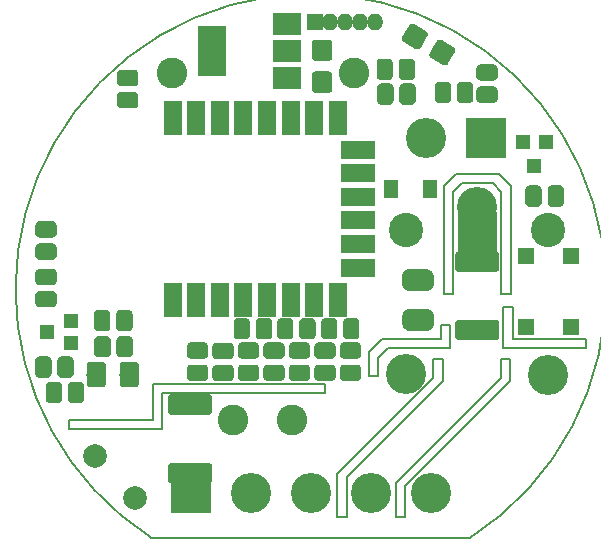
<source format=gbs>
G04 #@! TF.GenerationSoftware,KiCad,Pcbnew,(5.0.0)*
G04 #@! TF.CreationDate,2018-11-08T23:55:30+01:00*
G04 #@! TF.ProjectId,ESPAIO,45535041494F2E6B696361645F706362,rev?*
G04 #@! TF.SameCoordinates,Original*
G04 #@! TF.FileFunction,Soldermask,Bot*
G04 #@! TF.FilePolarity,Negative*
%FSLAX46Y46*%
G04 Gerber Fmt 4.6, Leading zero omitted, Abs format (unit mm)*
G04 Created by KiCad (PCBNEW (5.0.0)) date 11/08/18 23:55:30*
%MOMM*%
%LPD*%
G01*
G04 APERTURE LIST*
%ADD10C,0.200000*%
%ADD11C,0.500000*%
%ADD12C,0.100000*%
%ADD13R,3.400000X3.400000*%
%ADD14C,3.400000*%
%ADD15C,1.750000*%
%ADD16C,2.000000*%
%ADD17R,2.400000X4.200000*%
%ADD18R,2.400000X1.900000*%
%ADD19C,1.375000*%
%ADD20R,1.200000X1.300000*%
%ADD21C,2.600000*%
%ADD22C,2.900000*%
%ADD23R,1.500000X2.900000*%
%ADD24R,2.900000X1.500000*%
%ADD25R,1.300000X1.200000*%
%ADD26C,1.650000*%
%ADD27R,1.300000X1.600000*%
%ADD28R,1.400000X1.400000*%
%ADD29O,1.400000X1.400000*%
%ADD30C,0.254000*%
G04 APERTURE END LIST*
D10*
X100266500Y-105600500D02*
X100266500Y-102108000D01*
X107315000Y-105600500D02*
X100266500Y-105600500D01*
X107315000Y-104775000D02*
X107315000Y-105600500D01*
X101092000Y-104775000D02*
X107315000Y-104775000D01*
X101092000Y-102108000D02*
X101092000Y-104775000D01*
X100266500Y-102108000D02*
X101092000Y-102108000D01*
X88900000Y-105918000D02*
X90043000Y-104775000D01*
X89725500Y-106426000D02*
X90551000Y-105600500D01*
X100965000Y-91821000D02*
X100965000Y-100965000D01*
X99441000Y-91630500D02*
X100139500Y-92329000D01*
X99949000Y-90805000D02*
X100965000Y-91821000D01*
X95250000Y-91821000D02*
X96266000Y-90805000D01*
X96075500Y-92329000D02*
X96774000Y-91630500D01*
X96266000Y-90805000D02*
X99949000Y-90805000D01*
X95250000Y-100965000D02*
X95250000Y-91821000D01*
X100139500Y-100965000D02*
X100965000Y-100965000D01*
X100139500Y-92329000D02*
X100139500Y-100965000D01*
X96774000Y-91630500D02*
X99441000Y-91630500D01*
X96075500Y-100965000D02*
X96075500Y-92329000D01*
X95250000Y-100965000D02*
X96075500Y-100965000D01*
X88900000Y-105918000D02*
X88900000Y-107950000D01*
X94996000Y-104775000D02*
X90043000Y-104775000D01*
X94996000Y-103632000D02*
X94996000Y-104775000D01*
X95821500Y-103632000D02*
X94996000Y-103632000D01*
X95821500Y-105600500D02*
X95821500Y-103632000D01*
X90551000Y-105600500D02*
X95821500Y-105600500D01*
X89725500Y-107950000D02*
X89725500Y-106426000D01*
X88900000Y-107950000D02*
X89725500Y-107950000D01*
X70612000Y-108585000D02*
X85217000Y-108585000D01*
X85217000Y-109410500D02*
X71437500Y-109410500D01*
X71437500Y-112458500D02*
X71437500Y-109410500D01*
X63500000Y-112458500D02*
X71437500Y-112458500D01*
X85217000Y-108585000D02*
X85217000Y-109410500D01*
X70612000Y-111633000D02*
X70612000Y-108585000D01*
X63500000Y-111633000D02*
X70612000Y-111633000D01*
X63500000Y-112458500D02*
X63500000Y-111633000D01*
X100076000Y-106489500D02*
X100901500Y-106489500D01*
X94361000Y-106489500D02*
X95186500Y-106489500D01*
X91186000Y-119888000D02*
X92011500Y-119888000D01*
X86233000Y-119888000D02*
X87058500Y-119888000D01*
X100076000Y-108077000D02*
X100076000Y-106489500D01*
X100901500Y-108331000D02*
X92011500Y-117221000D01*
X91186000Y-116967000D02*
X100076000Y-108077000D01*
X100901500Y-106489500D02*
X100901500Y-108331000D01*
X91186000Y-119888000D02*
X91186000Y-116967000D01*
X92011500Y-119888000D02*
X92011500Y-117221000D01*
X95186500Y-108394500D02*
X87058500Y-116522500D01*
X95186500Y-106489500D02*
X95186500Y-108394500D01*
X94361000Y-108077000D02*
X94361000Y-106489500D01*
X86233000Y-116205000D02*
X94361000Y-108077000D01*
X86233000Y-119888000D02*
X86233000Y-116205000D01*
X87058500Y-119888000D02*
X87058500Y-116522500D01*
X70510501Y-121635125D02*
G75*
G02X59010501Y-100593500I13499999J21041625D01*
G01*
X59010500Y-100593500D02*
G75*
G02X97510500Y-121635125I25000000J0D01*
G01*
X70510501Y-121635125D02*
X97510500Y-121635125D01*
D11*
G04 #@! TO.C,JP2*
X93726000Y-99822000D03*
D12*
G36*
X93732112Y-98872602D02*
X93750534Y-98872602D01*
X93770140Y-98873565D01*
X93818971Y-98878375D01*
X93838380Y-98881254D01*
X93886505Y-98890826D01*
X93905548Y-98895596D01*
X93952503Y-98909840D01*
X93970980Y-98916451D01*
X94016313Y-98935228D01*
X94034061Y-98943623D01*
X94077334Y-98966754D01*
X94094162Y-98976840D01*
X94134961Y-99004100D01*
X94150730Y-99015795D01*
X94188659Y-99046923D01*
X94203200Y-99060103D01*
X94237897Y-99094800D01*
X94251077Y-99109341D01*
X94282205Y-99147270D01*
X94293900Y-99163039D01*
X94321160Y-99203838D01*
X94331246Y-99220666D01*
X94354377Y-99263939D01*
X94362772Y-99281687D01*
X94381549Y-99327020D01*
X94388160Y-99345497D01*
X94402404Y-99392452D01*
X94407174Y-99411495D01*
X94416746Y-99459620D01*
X94419625Y-99479029D01*
X94424435Y-99527860D01*
X94425398Y-99547466D01*
X94425398Y-99565888D01*
X94426000Y-99572000D01*
X94426000Y-100072000D01*
X94425398Y-100078112D01*
X94425398Y-100096534D01*
X94424435Y-100116140D01*
X94419625Y-100164971D01*
X94416746Y-100184380D01*
X94407174Y-100232505D01*
X94402404Y-100251548D01*
X94388160Y-100298503D01*
X94381549Y-100316980D01*
X94362772Y-100362313D01*
X94354377Y-100380061D01*
X94331246Y-100423334D01*
X94321160Y-100440162D01*
X94293900Y-100480961D01*
X94282205Y-100496730D01*
X94251077Y-100534659D01*
X94237897Y-100549200D01*
X94203200Y-100583897D01*
X94188659Y-100597077D01*
X94150730Y-100628205D01*
X94134961Y-100639900D01*
X94094162Y-100667160D01*
X94077334Y-100677246D01*
X94034061Y-100700377D01*
X94016313Y-100708772D01*
X93970980Y-100727549D01*
X93952503Y-100734160D01*
X93905548Y-100748404D01*
X93886505Y-100753174D01*
X93838380Y-100762746D01*
X93818971Y-100765625D01*
X93770140Y-100770435D01*
X93750534Y-100771398D01*
X93732112Y-100771398D01*
X93726000Y-100772000D01*
X93226000Y-100772000D01*
X93186982Y-100768157D01*
X93149463Y-100756776D01*
X93114886Y-100738294D01*
X93084579Y-100713421D01*
X93059706Y-100683114D01*
X93041224Y-100648537D01*
X93029843Y-100611018D01*
X93026000Y-100572000D01*
X93026000Y-99072000D01*
X93029843Y-99032982D01*
X93041224Y-98995463D01*
X93059706Y-98960886D01*
X93084579Y-98930579D01*
X93114886Y-98905706D01*
X93149463Y-98887224D01*
X93186982Y-98875843D01*
X93226000Y-98872000D01*
X93726000Y-98872000D01*
X93732112Y-98872602D01*
X93732112Y-98872602D01*
G37*
D11*
X92426000Y-99822000D03*
D12*
G36*
X92965018Y-98875843D02*
X93002537Y-98887224D01*
X93037114Y-98905706D01*
X93067421Y-98930579D01*
X93092294Y-98960886D01*
X93110776Y-98995463D01*
X93122157Y-99032982D01*
X93126000Y-99072000D01*
X93126000Y-99322000D01*
X93326000Y-99322000D01*
X93365018Y-99325843D01*
X93402537Y-99337224D01*
X93437114Y-99355706D01*
X93467421Y-99380579D01*
X93492294Y-99410886D01*
X93510776Y-99445463D01*
X93522157Y-99482982D01*
X93526000Y-99522000D01*
X93526000Y-100122000D01*
X93522157Y-100161018D01*
X93510776Y-100198537D01*
X93492294Y-100233114D01*
X93467421Y-100263421D01*
X93437114Y-100288294D01*
X93402537Y-100306776D01*
X93365018Y-100318157D01*
X93326000Y-100322000D01*
X93126000Y-100322000D01*
X93126000Y-100572000D01*
X93122157Y-100611018D01*
X93110776Y-100648537D01*
X93092294Y-100683114D01*
X93067421Y-100713421D01*
X93037114Y-100738294D01*
X93002537Y-100756776D01*
X92965018Y-100768157D01*
X92926000Y-100772000D01*
X92426000Y-100772000D01*
X92419888Y-100771398D01*
X92401466Y-100771398D01*
X92381860Y-100770435D01*
X92333029Y-100765625D01*
X92313620Y-100762746D01*
X92265495Y-100753174D01*
X92246452Y-100748404D01*
X92199497Y-100734160D01*
X92181020Y-100727549D01*
X92135687Y-100708772D01*
X92117939Y-100700377D01*
X92074666Y-100677246D01*
X92057838Y-100667160D01*
X92017039Y-100639900D01*
X92001270Y-100628205D01*
X91963341Y-100597077D01*
X91948800Y-100583897D01*
X91914103Y-100549200D01*
X91900923Y-100534659D01*
X91869795Y-100496730D01*
X91858100Y-100480961D01*
X91830840Y-100440162D01*
X91820754Y-100423334D01*
X91797623Y-100380061D01*
X91789228Y-100362313D01*
X91770451Y-100316980D01*
X91763840Y-100298503D01*
X91749596Y-100251548D01*
X91744826Y-100232505D01*
X91735254Y-100184380D01*
X91732375Y-100164971D01*
X91727565Y-100116140D01*
X91726602Y-100096534D01*
X91726602Y-100078112D01*
X91726000Y-100072000D01*
X91726000Y-99572000D01*
X91726602Y-99565888D01*
X91726602Y-99547466D01*
X91727565Y-99527860D01*
X91732375Y-99479029D01*
X91735254Y-99459620D01*
X91744826Y-99411495D01*
X91749596Y-99392452D01*
X91763840Y-99345497D01*
X91770451Y-99327020D01*
X91789228Y-99281687D01*
X91797623Y-99263939D01*
X91820754Y-99220666D01*
X91830840Y-99203838D01*
X91858100Y-99163039D01*
X91869795Y-99147270D01*
X91900923Y-99109341D01*
X91914103Y-99094800D01*
X91948800Y-99060103D01*
X91963341Y-99046923D01*
X92001270Y-99015795D01*
X92017039Y-99004100D01*
X92057838Y-98976840D01*
X92074666Y-98966754D01*
X92117939Y-98943623D01*
X92135687Y-98935228D01*
X92181020Y-98916451D01*
X92199497Y-98909840D01*
X92246452Y-98895596D01*
X92265495Y-98890826D01*
X92313620Y-98881254D01*
X92333029Y-98878375D01*
X92381860Y-98873565D01*
X92401466Y-98872602D01*
X92419888Y-98872602D01*
X92426000Y-98872000D01*
X92926000Y-98872000D01*
X92965018Y-98875843D01*
X92965018Y-98875843D01*
G37*
G04 #@! TD*
D11*
G04 #@! TO.C,JP1*
X93741000Y-103187500D03*
D12*
G36*
X93747112Y-102238102D02*
X93765534Y-102238102D01*
X93785140Y-102239065D01*
X93833971Y-102243875D01*
X93853380Y-102246754D01*
X93901505Y-102256326D01*
X93920548Y-102261096D01*
X93967503Y-102275340D01*
X93985980Y-102281951D01*
X94031313Y-102300728D01*
X94049061Y-102309123D01*
X94092334Y-102332254D01*
X94109162Y-102342340D01*
X94149961Y-102369600D01*
X94165730Y-102381295D01*
X94203659Y-102412423D01*
X94218200Y-102425603D01*
X94252897Y-102460300D01*
X94266077Y-102474841D01*
X94297205Y-102512770D01*
X94308900Y-102528539D01*
X94336160Y-102569338D01*
X94346246Y-102586166D01*
X94369377Y-102629439D01*
X94377772Y-102647187D01*
X94396549Y-102692520D01*
X94403160Y-102710997D01*
X94417404Y-102757952D01*
X94422174Y-102776995D01*
X94431746Y-102825120D01*
X94434625Y-102844529D01*
X94439435Y-102893360D01*
X94440398Y-102912966D01*
X94440398Y-102931388D01*
X94441000Y-102937500D01*
X94441000Y-103437500D01*
X94440398Y-103443612D01*
X94440398Y-103462034D01*
X94439435Y-103481640D01*
X94434625Y-103530471D01*
X94431746Y-103549880D01*
X94422174Y-103598005D01*
X94417404Y-103617048D01*
X94403160Y-103664003D01*
X94396549Y-103682480D01*
X94377772Y-103727813D01*
X94369377Y-103745561D01*
X94346246Y-103788834D01*
X94336160Y-103805662D01*
X94308900Y-103846461D01*
X94297205Y-103862230D01*
X94266077Y-103900159D01*
X94252897Y-103914700D01*
X94218200Y-103949397D01*
X94203659Y-103962577D01*
X94165730Y-103993705D01*
X94149961Y-104005400D01*
X94109162Y-104032660D01*
X94092334Y-104042746D01*
X94049061Y-104065877D01*
X94031313Y-104074272D01*
X93985980Y-104093049D01*
X93967503Y-104099660D01*
X93920548Y-104113904D01*
X93901505Y-104118674D01*
X93853380Y-104128246D01*
X93833971Y-104131125D01*
X93785140Y-104135935D01*
X93765534Y-104136898D01*
X93747112Y-104136898D01*
X93741000Y-104137500D01*
X93241000Y-104137500D01*
X93201982Y-104133657D01*
X93164463Y-104122276D01*
X93129886Y-104103794D01*
X93099579Y-104078921D01*
X93074706Y-104048614D01*
X93056224Y-104014037D01*
X93044843Y-103976518D01*
X93041000Y-103937500D01*
X93041000Y-102437500D01*
X93044843Y-102398482D01*
X93056224Y-102360963D01*
X93074706Y-102326386D01*
X93099579Y-102296079D01*
X93129886Y-102271206D01*
X93164463Y-102252724D01*
X93201982Y-102241343D01*
X93241000Y-102237500D01*
X93741000Y-102237500D01*
X93747112Y-102238102D01*
X93747112Y-102238102D01*
G37*
D11*
X92441000Y-103187500D03*
D12*
G36*
X92980018Y-102241343D02*
X93017537Y-102252724D01*
X93052114Y-102271206D01*
X93082421Y-102296079D01*
X93107294Y-102326386D01*
X93125776Y-102360963D01*
X93137157Y-102398482D01*
X93141000Y-102437500D01*
X93141000Y-102687500D01*
X93341000Y-102687500D01*
X93380018Y-102691343D01*
X93417537Y-102702724D01*
X93452114Y-102721206D01*
X93482421Y-102746079D01*
X93507294Y-102776386D01*
X93525776Y-102810963D01*
X93537157Y-102848482D01*
X93541000Y-102887500D01*
X93541000Y-103487500D01*
X93537157Y-103526518D01*
X93525776Y-103564037D01*
X93507294Y-103598614D01*
X93482421Y-103628921D01*
X93452114Y-103653794D01*
X93417537Y-103672276D01*
X93380018Y-103683657D01*
X93341000Y-103687500D01*
X93141000Y-103687500D01*
X93141000Y-103937500D01*
X93137157Y-103976518D01*
X93125776Y-104014037D01*
X93107294Y-104048614D01*
X93082421Y-104078921D01*
X93052114Y-104103794D01*
X93017537Y-104122276D01*
X92980018Y-104133657D01*
X92941000Y-104137500D01*
X92441000Y-104137500D01*
X92434888Y-104136898D01*
X92416466Y-104136898D01*
X92396860Y-104135935D01*
X92348029Y-104131125D01*
X92328620Y-104128246D01*
X92280495Y-104118674D01*
X92261452Y-104113904D01*
X92214497Y-104099660D01*
X92196020Y-104093049D01*
X92150687Y-104074272D01*
X92132939Y-104065877D01*
X92089666Y-104042746D01*
X92072838Y-104032660D01*
X92032039Y-104005400D01*
X92016270Y-103993705D01*
X91978341Y-103962577D01*
X91963800Y-103949397D01*
X91929103Y-103914700D01*
X91915923Y-103900159D01*
X91884795Y-103862230D01*
X91873100Y-103846461D01*
X91845840Y-103805662D01*
X91835754Y-103788834D01*
X91812623Y-103745561D01*
X91804228Y-103727813D01*
X91785451Y-103682480D01*
X91778840Y-103664003D01*
X91764596Y-103617048D01*
X91759826Y-103598005D01*
X91750254Y-103549880D01*
X91747375Y-103530471D01*
X91742565Y-103481640D01*
X91741602Y-103462034D01*
X91741602Y-103443612D01*
X91741000Y-103437500D01*
X91741000Y-102937500D01*
X91741602Y-102931388D01*
X91741602Y-102912966D01*
X91742565Y-102893360D01*
X91747375Y-102844529D01*
X91750254Y-102825120D01*
X91759826Y-102776995D01*
X91764596Y-102757952D01*
X91778840Y-102710997D01*
X91785451Y-102692520D01*
X91804228Y-102647187D01*
X91812623Y-102629439D01*
X91835754Y-102586166D01*
X91845840Y-102569338D01*
X91873100Y-102528539D01*
X91884795Y-102512770D01*
X91915923Y-102474841D01*
X91929103Y-102460300D01*
X91963800Y-102425603D01*
X91978341Y-102412423D01*
X92016270Y-102381295D01*
X92032039Y-102369600D01*
X92072838Y-102342340D01*
X92089666Y-102332254D01*
X92132939Y-102309123D01*
X92150687Y-102300728D01*
X92196020Y-102281951D01*
X92214497Y-102275340D01*
X92261452Y-102261096D01*
X92280495Y-102256326D01*
X92328620Y-102246754D01*
X92348029Y-102243875D01*
X92396860Y-102239065D01*
X92416466Y-102238102D01*
X92434888Y-102238102D01*
X92441000Y-102237500D01*
X92941000Y-102237500D01*
X92980018Y-102241343D01*
X92980018Y-102241343D01*
G37*
G04 #@! TD*
D13*
G04 #@! TO.C,J1*
X98806000Y-87757000D03*
D14*
X93726000Y-87757000D03*
G04 #@! TD*
D12*
G04 #@! TO.C,C4*
G36*
X94968130Y-79471620D02*
X94999419Y-79477313D01*
X95030000Y-79486046D01*
X95059577Y-79497734D01*
X95087866Y-79512265D01*
X96085401Y-80088192D01*
X96112130Y-80105425D01*
X96137041Y-80125196D01*
X96159894Y-80147313D01*
X96180469Y-80171564D01*
X96198568Y-80197714D01*
X96214017Y-80225513D01*
X96226667Y-80254692D01*
X96236395Y-80284971D01*
X96243109Y-80316057D01*
X96246744Y-80347652D01*
X96247264Y-80379450D01*
X96244666Y-80411147D01*
X96238972Y-80442436D01*
X96230239Y-80473017D01*
X96218551Y-80502594D01*
X96204020Y-80530884D01*
X95653093Y-81485117D01*
X95635860Y-81511845D01*
X95616089Y-81536756D01*
X95593972Y-81559609D01*
X95569721Y-81580184D01*
X95543570Y-81598284D01*
X95515772Y-81613732D01*
X95486593Y-81626382D01*
X95456314Y-81636111D01*
X95425228Y-81642824D01*
X95393633Y-81646459D01*
X95361835Y-81646979D01*
X95330138Y-81644380D01*
X95298849Y-81638687D01*
X95268268Y-81629954D01*
X95238691Y-81618266D01*
X95210402Y-81603735D01*
X94212867Y-81027808D01*
X94186138Y-81010575D01*
X94161227Y-80990804D01*
X94138374Y-80968687D01*
X94117799Y-80944436D01*
X94099700Y-80918286D01*
X94084251Y-80890487D01*
X94071601Y-80861308D01*
X94061873Y-80831029D01*
X94055159Y-80799943D01*
X94051524Y-80768348D01*
X94051004Y-80736550D01*
X94053602Y-80704853D01*
X94059296Y-80673564D01*
X94068029Y-80642983D01*
X94079717Y-80613406D01*
X94094248Y-80585116D01*
X94645175Y-79630883D01*
X94662408Y-79604155D01*
X94682179Y-79579244D01*
X94704296Y-79556391D01*
X94728547Y-79535816D01*
X94754698Y-79517716D01*
X94782496Y-79502268D01*
X94811675Y-79489618D01*
X94841954Y-79479889D01*
X94873040Y-79473176D01*
X94904635Y-79469541D01*
X94936433Y-79469021D01*
X94968130Y-79471620D01*
X94968130Y-79471620D01*
G37*
D15*
X95149134Y-80558000D03*
D12*
G36*
X92629862Y-78121620D02*
X92661151Y-78127313D01*
X92691732Y-78136046D01*
X92721309Y-78147734D01*
X92749598Y-78162265D01*
X93747133Y-78738192D01*
X93773862Y-78755425D01*
X93798773Y-78775196D01*
X93821626Y-78797313D01*
X93842201Y-78821564D01*
X93860300Y-78847714D01*
X93875749Y-78875513D01*
X93888399Y-78904692D01*
X93898127Y-78934971D01*
X93904841Y-78966057D01*
X93908476Y-78997652D01*
X93908996Y-79029450D01*
X93906398Y-79061147D01*
X93900704Y-79092436D01*
X93891971Y-79123017D01*
X93880283Y-79152594D01*
X93865752Y-79180884D01*
X93314825Y-80135117D01*
X93297592Y-80161845D01*
X93277821Y-80186756D01*
X93255704Y-80209609D01*
X93231453Y-80230184D01*
X93205302Y-80248284D01*
X93177504Y-80263732D01*
X93148325Y-80276382D01*
X93118046Y-80286111D01*
X93086960Y-80292824D01*
X93055365Y-80296459D01*
X93023567Y-80296979D01*
X92991870Y-80294380D01*
X92960581Y-80288687D01*
X92930000Y-80279954D01*
X92900423Y-80268266D01*
X92872134Y-80253735D01*
X91874599Y-79677808D01*
X91847870Y-79660575D01*
X91822959Y-79640804D01*
X91800106Y-79618687D01*
X91779531Y-79594436D01*
X91761432Y-79568286D01*
X91745983Y-79540487D01*
X91733333Y-79511308D01*
X91723605Y-79481029D01*
X91716891Y-79449943D01*
X91713256Y-79418348D01*
X91712736Y-79386550D01*
X91715334Y-79354853D01*
X91721028Y-79323564D01*
X91729761Y-79292983D01*
X91741449Y-79263406D01*
X91755980Y-79235116D01*
X92306907Y-78280883D01*
X92324140Y-78254155D01*
X92343911Y-78229244D01*
X92366028Y-78206391D01*
X92390279Y-78185816D01*
X92416430Y-78167716D01*
X92444228Y-78152268D01*
X92473407Y-78139618D01*
X92503686Y-78129889D01*
X92534772Y-78123176D01*
X92566367Y-78119541D01*
X92598165Y-78119021D01*
X92629862Y-78121620D01*
X92629862Y-78121620D01*
G37*
D15*
X92810866Y-79208000D03*
G04 #@! TD*
D16*
G04 #@! TO.C,V1*
X65706387Y-114681000D03*
X69148160Y-118307872D03*
G04 #@! TD*
D17*
G04 #@! TO.C,U3*
X75678500Y-80454500D03*
D18*
X81978500Y-80454500D03*
X81978500Y-82754500D03*
X81978500Y-78154500D03*
G04 #@! TD*
D12*
G04 #@! TO.C,R8*
G36*
X85806943Y-106980155D02*
X85840312Y-106985105D01*
X85873035Y-106993302D01*
X85904797Y-107004666D01*
X85935293Y-107019090D01*
X85964227Y-107036432D01*
X85991323Y-107056528D01*
X86016318Y-107079182D01*
X86038972Y-107104177D01*
X86059068Y-107131273D01*
X86076410Y-107160207D01*
X86090834Y-107190703D01*
X86102198Y-107222465D01*
X86110395Y-107255188D01*
X86115345Y-107288557D01*
X86117000Y-107322250D01*
X86117000Y-108009750D01*
X86115345Y-108043443D01*
X86110395Y-108076812D01*
X86102198Y-108109535D01*
X86090834Y-108141297D01*
X86076410Y-108171793D01*
X86059068Y-108200727D01*
X86038972Y-108227823D01*
X86016318Y-108252818D01*
X85991323Y-108275472D01*
X85964227Y-108295568D01*
X85935293Y-108312910D01*
X85904797Y-108327334D01*
X85873035Y-108338698D01*
X85840312Y-108346895D01*
X85806943Y-108351845D01*
X85773250Y-108353500D01*
X84660750Y-108353500D01*
X84627057Y-108351845D01*
X84593688Y-108346895D01*
X84560965Y-108338698D01*
X84529203Y-108327334D01*
X84498707Y-108312910D01*
X84469773Y-108295568D01*
X84442677Y-108275472D01*
X84417682Y-108252818D01*
X84395028Y-108227823D01*
X84374932Y-108200727D01*
X84357590Y-108171793D01*
X84343166Y-108141297D01*
X84331802Y-108109535D01*
X84323605Y-108076812D01*
X84318655Y-108043443D01*
X84317000Y-108009750D01*
X84317000Y-107322250D01*
X84318655Y-107288557D01*
X84323605Y-107255188D01*
X84331802Y-107222465D01*
X84343166Y-107190703D01*
X84357590Y-107160207D01*
X84374932Y-107131273D01*
X84395028Y-107104177D01*
X84417682Y-107079182D01*
X84442677Y-107056528D01*
X84469773Y-107036432D01*
X84498707Y-107019090D01*
X84529203Y-107004666D01*
X84560965Y-106993302D01*
X84593688Y-106985105D01*
X84627057Y-106980155D01*
X84660750Y-106978500D01*
X85773250Y-106978500D01*
X85806943Y-106980155D01*
X85806943Y-106980155D01*
G37*
D19*
X85217000Y-107666000D03*
D12*
G36*
X85806943Y-105105155D02*
X85840312Y-105110105D01*
X85873035Y-105118302D01*
X85904797Y-105129666D01*
X85935293Y-105144090D01*
X85964227Y-105161432D01*
X85991323Y-105181528D01*
X86016318Y-105204182D01*
X86038972Y-105229177D01*
X86059068Y-105256273D01*
X86076410Y-105285207D01*
X86090834Y-105315703D01*
X86102198Y-105347465D01*
X86110395Y-105380188D01*
X86115345Y-105413557D01*
X86117000Y-105447250D01*
X86117000Y-106134750D01*
X86115345Y-106168443D01*
X86110395Y-106201812D01*
X86102198Y-106234535D01*
X86090834Y-106266297D01*
X86076410Y-106296793D01*
X86059068Y-106325727D01*
X86038972Y-106352823D01*
X86016318Y-106377818D01*
X85991323Y-106400472D01*
X85964227Y-106420568D01*
X85935293Y-106437910D01*
X85904797Y-106452334D01*
X85873035Y-106463698D01*
X85840312Y-106471895D01*
X85806943Y-106476845D01*
X85773250Y-106478500D01*
X84660750Y-106478500D01*
X84627057Y-106476845D01*
X84593688Y-106471895D01*
X84560965Y-106463698D01*
X84529203Y-106452334D01*
X84498707Y-106437910D01*
X84469773Y-106420568D01*
X84442677Y-106400472D01*
X84417682Y-106377818D01*
X84395028Y-106352823D01*
X84374932Y-106325727D01*
X84357590Y-106296793D01*
X84343166Y-106266297D01*
X84331802Y-106234535D01*
X84323605Y-106201812D01*
X84318655Y-106168443D01*
X84317000Y-106134750D01*
X84317000Y-105447250D01*
X84318655Y-105413557D01*
X84323605Y-105380188D01*
X84331802Y-105347465D01*
X84343166Y-105315703D01*
X84357590Y-105285207D01*
X84374932Y-105256273D01*
X84395028Y-105229177D01*
X84417682Y-105204182D01*
X84442677Y-105181528D01*
X84469773Y-105161432D01*
X84498707Y-105144090D01*
X84529203Y-105129666D01*
X84560965Y-105118302D01*
X84593688Y-105110105D01*
X84627057Y-105105155D01*
X84660750Y-105103500D01*
X85773250Y-105103500D01*
X85806943Y-105105155D01*
X85806943Y-105105155D01*
G37*
D19*
X85217000Y-105791000D03*
G04 #@! TD*
D12*
G04 #@! TO.C,R14*
G36*
X77170943Y-107010155D02*
X77204312Y-107015105D01*
X77237035Y-107023302D01*
X77268797Y-107034666D01*
X77299293Y-107049090D01*
X77328227Y-107066432D01*
X77355323Y-107086528D01*
X77380318Y-107109182D01*
X77402972Y-107134177D01*
X77423068Y-107161273D01*
X77440410Y-107190207D01*
X77454834Y-107220703D01*
X77466198Y-107252465D01*
X77474395Y-107285188D01*
X77479345Y-107318557D01*
X77481000Y-107352250D01*
X77481000Y-108039750D01*
X77479345Y-108073443D01*
X77474395Y-108106812D01*
X77466198Y-108139535D01*
X77454834Y-108171297D01*
X77440410Y-108201793D01*
X77423068Y-108230727D01*
X77402972Y-108257823D01*
X77380318Y-108282818D01*
X77355323Y-108305472D01*
X77328227Y-108325568D01*
X77299293Y-108342910D01*
X77268797Y-108357334D01*
X77237035Y-108368698D01*
X77204312Y-108376895D01*
X77170943Y-108381845D01*
X77137250Y-108383500D01*
X76024750Y-108383500D01*
X75991057Y-108381845D01*
X75957688Y-108376895D01*
X75924965Y-108368698D01*
X75893203Y-108357334D01*
X75862707Y-108342910D01*
X75833773Y-108325568D01*
X75806677Y-108305472D01*
X75781682Y-108282818D01*
X75759028Y-108257823D01*
X75738932Y-108230727D01*
X75721590Y-108201793D01*
X75707166Y-108171297D01*
X75695802Y-108139535D01*
X75687605Y-108106812D01*
X75682655Y-108073443D01*
X75681000Y-108039750D01*
X75681000Y-107352250D01*
X75682655Y-107318557D01*
X75687605Y-107285188D01*
X75695802Y-107252465D01*
X75707166Y-107220703D01*
X75721590Y-107190207D01*
X75738932Y-107161273D01*
X75759028Y-107134177D01*
X75781682Y-107109182D01*
X75806677Y-107086528D01*
X75833773Y-107066432D01*
X75862707Y-107049090D01*
X75893203Y-107034666D01*
X75924965Y-107023302D01*
X75957688Y-107015105D01*
X75991057Y-107010155D01*
X76024750Y-107008500D01*
X77137250Y-107008500D01*
X77170943Y-107010155D01*
X77170943Y-107010155D01*
G37*
D19*
X76581000Y-107696000D03*
D12*
G36*
X77170943Y-105135155D02*
X77204312Y-105140105D01*
X77237035Y-105148302D01*
X77268797Y-105159666D01*
X77299293Y-105174090D01*
X77328227Y-105191432D01*
X77355323Y-105211528D01*
X77380318Y-105234182D01*
X77402972Y-105259177D01*
X77423068Y-105286273D01*
X77440410Y-105315207D01*
X77454834Y-105345703D01*
X77466198Y-105377465D01*
X77474395Y-105410188D01*
X77479345Y-105443557D01*
X77481000Y-105477250D01*
X77481000Y-106164750D01*
X77479345Y-106198443D01*
X77474395Y-106231812D01*
X77466198Y-106264535D01*
X77454834Y-106296297D01*
X77440410Y-106326793D01*
X77423068Y-106355727D01*
X77402972Y-106382823D01*
X77380318Y-106407818D01*
X77355323Y-106430472D01*
X77328227Y-106450568D01*
X77299293Y-106467910D01*
X77268797Y-106482334D01*
X77237035Y-106493698D01*
X77204312Y-106501895D01*
X77170943Y-106506845D01*
X77137250Y-106508500D01*
X76024750Y-106508500D01*
X75991057Y-106506845D01*
X75957688Y-106501895D01*
X75924965Y-106493698D01*
X75893203Y-106482334D01*
X75862707Y-106467910D01*
X75833773Y-106450568D01*
X75806677Y-106430472D01*
X75781682Y-106407818D01*
X75759028Y-106382823D01*
X75738932Y-106355727D01*
X75721590Y-106326793D01*
X75707166Y-106296297D01*
X75695802Y-106264535D01*
X75687605Y-106231812D01*
X75682655Y-106198443D01*
X75681000Y-106164750D01*
X75681000Y-105477250D01*
X75682655Y-105443557D01*
X75687605Y-105410188D01*
X75695802Y-105377465D01*
X75707166Y-105345703D01*
X75721590Y-105315207D01*
X75738932Y-105286273D01*
X75759028Y-105259177D01*
X75781682Y-105234182D01*
X75806677Y-105211528D01*
X75833773Y-105191432D01*
X75862707Y-105174090D01*
X75893203Y-105159666D01*
X75924965Y-105148302D01*
X75957688Y-105140105D01*
X75991057Y-105135155D01*
X76024750Y-105133500D01*
X77137250Y-105133500D01*
X77170943Y-105135155D01*
X77170943Y-105135155D01*
G37*
D19*
X76581000Y-105821000D03*
G04 #@! TD*
D12*
G04 #@! TO.C,R9*
G36*
X83647943Y-105105155D02*
X83681312Y-105110105D01*
X83714035Y-105118302D01*
X83745797Y-105129666D01*
X83776293Y-105144090D01*
X83805227Y-105161432D01*
X83832323Y-105181528D01*
X83857318Y-105204182D01*
X83879972Y-105229177D01*
X83900068Y-105256273D01*
X83917410Y-105285207D01*
X83931834Y-105315703D01*
X83943198Y-105347465D01*
X83951395Y-105380188D01*
X83956345Y-105413557D01*
X83958000Y-105447250D01*
X83958000Y-106134750D01*
X83956345Y-106168443D01*
X83951395Y-106201812D01*
X83943198Y-106234535D01*
X83931834Y-106266297D01*
X83917410Y-106296793D01*
X83900068Y-106325727D01*
X83879972Y-106352823D01*
X83857318Y-106377818D01*
X83832323Y-106400472D01*
X83805227Y-106420568D01*
X83776293Y-106437910D01*
X83745797Y-106452334D01*
X83714035Y-106463698D01*
X83681312Y-106471895D01*
X83647943Y-106476845D01*
X83614250Y-106478500D01*
X82501750Y-106478500D01*
X82468057Y-106476845D01*
X82434688Y-106471895D01*
X82401965Y-106463698D01*
X82370203Y-106452334D01*
X82339707Y-106437910D01*
X82310773Y-106420568D01*
X82283677Y-106400472D01*
X82258682Y-106377818D01*
X82236028Y-106352823D01*
X82215932Y-106325727D01*
X82198590Y-106296793D01*
X82184166Y-106266297D01*
X82172802Y-106234535D01*
X82164605Y-106201812D01*
X82159655Y-106168443D01*
X82158000Y-106134750D01*
X82158000Y-105447250D01*
X82159655Y-105413557D01*
X82164605Y-105380188D01*
X82172802Y-105347465D01*
X82184166Y-105315703D01*
X82198590Y-105285207D01*
X82215932Y-105256273D01*
X82236028Y-105229177D01*
X82258682Y-105204182D01*
X82283677Y-105181528D01*
X82310773Y-105161432D01*
X82339707Y-105144090D01*
X82370203Y-105129666D01*
X82401965Y-105118302D01*
X82434688Y-105110105D01*
X82468057Y-105105155D01*
X82501750Y-105103500D01*
X83614250Y-105103500D01*
X83647943Y-105105155D01*
X83647943Y-105105155D01*
G37*
D19*
X83058000Y-105791000D03*
D12*
G36*
X83647943Y-106980155D02*
X83681312Y-106985105D01*
X83714035Y-106993302D01*
X83745797Y-107004666D01*
X83776293Y-107019090D01*
X83805227Y-107036432D01*
X83832323Y-107056528D01*
X83857318Y-107079182D01*
X83879972Y-107104177D01*
X83900068Y-107131273D01*
X83917410Y-107160207D01*
X83931834Y-107190703D01*
X83943198Y-107222465D01*
X83951395Y-107255188D01*
X83956345Y-107288557D01*
X83958000Y-107322250D01*
X83958000Y-108009750D01*
X83956345Y-108043443D01*
X83951395Y-108076812D01*
X83943198Y-108109535D01*
X83931834Y-108141297D01*
X83917410Y-108171793D01*
X83900068Y-108200727D01*
X83879972Y-108227823D01*
X83857318Y-108252818D01*
X83832323Y-108275472D01*
X83805227Y-108295568D01*
X83776293Y-108312910D01*
X83745797Y-108327334D01*
X83714035Y-108338698D01*
X83681312Y-108346895D01*
X83647943Y-108351845D01*
X83614250Y-108353500D01*
X82501750Y-108353500D01*
X82468057Y-108351845D01*
X82434688Y-108346895D01*
X82401965Y-108338698D01*
X82370203Y-108327334D01*
X82339707Y-108312910D01*
X82310773Y-108295568D01*
X82283677Y-108275472D01*
X82258682Y-108252818D01*
X82236028Y-108227823D01*
X82215932Y-108200727D01*
X82198590Y-108171793D01*
X82184166Y-108141297D01*
X82172802Y-108109535D01*
X82164605Y-108076812D01*
X82159655Y-108043443D01*
X82158000Y-108009750D01*
X82158000Y-107322250D01*
X82159655Y-107288557D01*
X82164605Y-107255188D01*
X82172802Y-107222465D01*
X82184166Y-107190703D01*
X82198590Y-107160207D01*
X82215932Y-107131273D01*
X82236028Y-107104177D01*
X82258682Y-107079182D01*
X82283677Y-107056528D01*
X82310773Y-107036432D01*
X82339707Y-107019090D01*
X82370203Y-107004666D01*
X82401965Y-106993302D01*
X82434688Y-106985105D01*
X82468057Y-106980155D01*
X82501750Y-106978500D01*
X83614250Y-106978500D01*
X83647943Y-106980155D01*
X83647943Y-106980155D01*
G37*
D19*
X83058000Y-107666000D03*
G04 #@! TD*
D12*
G04 #@! TO.C,R7*
G36*
X87965943Y-105105155D02*
X87999312Y-105110105D01*
X88032035Y-105118302D01*
X88063797Y-105129666D01*
X88094293Y-105144090D01*
X88123227Y-105161432D01*
X88150323Y-105181528D01*
X88175318Y-105204182D01*
X88197972Y-105229177D01*
X88218068Y-105256273D01*
X88235410Y-105285207D01*
X88249834Y-105315703D01*
X88261198Y-105347465D01*
X88269395Y-105380188D01*
X88274345Y-105413557D01*
X88276000Y-105447250D01*
X88276000Y-106134750D01*
X88274345Y-106168443D01*
X88269395Y-106201812D01*
X88261198Y-106234535D01*
X88249834Y-106266297D01*
X88235410Y-106296793D01*
X88218068Y-106325727D01*
X88197972Y-106352823D01*
X88175318Y-106377818D01*
X88150323Y-106400472D01*
X88123227Y-106420568D01*
X88094293Y-106437910D01*
X88063797Y-106452334D01*
X88032035Y-106463698D01*
X87999312Y-106471895D01*
X87965943Y-106476845D01*
X87932250Y-106478500D01*
X86819750Y-106478500D01*
X86786057Y-106476845D01*
X86752688Y-106471895D01*
X86719965Y-106463698D01*
X86688203Y-106452334D01*
X86657707Y-106437910D01*
X86628773Y-106420568D01*
X86601677Y-106400472D01*
X86576682Y-106377818D01*
X86554028Y-106352823D01*
X86533932Y-106325727D01*
X86516590Y-106296793D01*
X86502166Y-106266297D01*
X86490802Y-106234535D01*
X86482605Y-106201812D01*
X86477655Y-106168443D01*
X86476000Y-106134750D01*
X86476000Y-105447250D01*
X86477655Y-105413557D01*
X86482605Y-105380188D01*
X86490802Y-105347465D01*
X86502166Y-105315703D01*
X86516590Y-105285207D01*
X86533932Y-105256273D01*
X86554028Y-105229177D01*
X86576682Y-105204182D01*
X86601677Y-105181528D01*
X86628773Y-105161432D01*
X86657707Y-105144090D01*
X86688203Y-105129666D01*
X86719965Y-105118302D01*
X86752688Y-105110105D01*
X86786057Y-105105155D01*
X86819750Y-105103500D01*
X87932250Y-105103500D01*
X87965943Y-105105155D01*
X87965943Y-105105155D01*
G37*
D19*
X87376000Y-105791000D03*
D12*
G36*
X87965943Y-106980155D02*
X87999312Y-106985105D01*
X88032035Y-106993302D01*
X88063797Y-107004666D01*
X88094293Y-107019090D01*
X88123227Y-107036432D01*
X88150323Y-107056528D01*
X88175318Y-107079182D01*
X88197972Y-107104177D01*
X88218068Y-107131273D01*
X88235410Y-107160207D01*
X88249834Y-107190703D01*
X88261198Y-107222465D01*
X88269395Y-107255188D01*
X88274345Y-107288557D01*
X88276000Y-107322250D01*
X88276000Y-108009750D01*
X88274345Y-108043443D01*
X88269395Y-108076812D01*
X88261198Y-108109535D01*
X88249834Y-108141297D01*
X88235410Y-108171793D01*
X88218068Y-108200727D01*
X88197972Y-108227823D01*
X88175318Y-108252818D01*
X88150323Y-108275472D01*
X88123227Y-108295568D01*
X88094293Y-108312910D01*
X88063797Y-108327334D01*
X88032035Y-108338698D01*
X87999312Y-108346895D01*
X87965943Y-108351845D01*
X87932250Y-108353500D01*
X86819750Y-108353500D01*
X86786057Y-108351845D01*
X86752688Y-108346895D01*
X86719965Y-108338698D01*
X86688203Y-108327334D01*
X86657707Y-108312910D01*
X86628773Y-108295568D01*
X86601677Y-108275472D01*
X86576682Y-108252818D01*
X86554028Y-108227823D01*
X86533932Y-108200727D01*
X86516590Y-108171793D01*
X86502166Y-108141297D01*
X86490802Y-108109535D01*
X86482605Y-108076812D01*
X86477655Y-108043443D01*
X86476000Y-108009750D01*
X86476000Y-107322250D01*
X86477655Y-107288557D01*
X86482605Y-107255188D01*
X86490802Y-107222465D01*
X86502166Y-107190703D01*
X86516590Y-107160207D01*
X86533932Y-107131273D01*
X86554028Y-107104177D01*
X86576682Y-107079182D01*
X86601677Y-107056528D01*
X86628773Y-107036432D01*
X86657707Y-107019090D01*
X86688203Y-107004666D01*
X86719965Y-106993302D01*
X86752688Y-106985105D01*
X86786057Y-106980155D01*
X86819750Y-106978500D01*
X87932250Y-106978500D01*
X87965943Y-106980155D01*
X87965943Y-106980155D01*
G37*
D19*
X87376000Y-107666000D03*
G04 #@! TD*
D12*
G04 #@! TO.C,R11*
G36*
X79329943Y-105105155D02*
X79363312Y-105110105D01*
X79396035Y-105118302D01*
X79427797Y-105129666D01*
X79458293Y-105144090D01*
X79487227Y-105161432D01*
X79514323Y-105181528D01*
X79539318Y-105204182D01*
X79561972Y-105229177D01*
X79582068Y-105256273D01*
X79599410Y-105285207D01*
X79613834Y-105315703D01*
X79625198Y-105347465D01*
X79633395Y-105380188D01*
X79638345Y-105413557D01*
X79640000Y-105447250D01*
X79640000Y-106134750D01*
X79638345Y-106168443D01*
X79633395Y-106201812D01*
X79625198Y-106234535D01*
X79613834Y-106266297D01*
X79599410Y-106296793D01*
X79582068Y-106325727D01*
X79561972Y-106352823D01*
X79539318Y-106377818D01*
X79514323Y-106400472D01*
X79487227Y-106420568D01*
X79458293Y-106437910D01*
X79427797Y-106452334D01*
X79396035Y-106463698D01*
X79363312Y-106471895D01*
X79329943Y-106476845D01*
X79296250Y-106478500D01*
X78183750Y-106478500D01*
X78150057Y-106476845D01*
X78116688Y-106471895D01*
X78083965Y-106463698D01*
X78052203Y-106452334D01*
X78021707Y-106437910D01*
X77992773Y-106420568D01*
X77965677Y-106400472D01*
X77940682Y-106377818D01*
X77918028Y-106352823D01*
X77897932Y-106325727D01*
X77880590Y-106296793D01*
X77866166Y-106266297D01*
X77854802Y-106234535D01*
X77846605Y-106201812D01*
X77841655Y-106168443D01*
X77840000Y-106134750D01*
X77840000Y-105447250D01*
X77841655Y-105413557D01*
X77846605Y-105380188D01*
X77854802Y-105347465D01*
X77866166Y-105315703D01*
X77880590Y-105285207D01*
X77897932Y-105256273D01*
X77918028Y-105229177D01*
X77940682Y-105204182D01*
X77965677Y-105181528D01*
X77992773Y-105161432D01*
X78021707Y-105144090D01*
X78052203Y-105129666D01*
X78083965Y-105118302D01*
X78116688Y-105110105D01*
X78150057Y-105105155D01*
X78183750Y-105103500D01*
X79296250Y-105103500D01*
X79329943Y-105105155D01*
X79329943Y-105105155D01*
G37*
D19*
X78740000Y-105791000D03*
D12*
G36*
X79329943Y-106980155D02*
X79363312Y-106985105D01*
X79396035Y-106993302D01*
X79427797Y-107004666D01*
X79458293Y-107019090D01*
X79487227Y-107036432D01*
X79514323Y-107056528D01*
X79539318Y-107079182D01*
X79561972Y-107104177D01*
X79582068Y-107131273D01*
X79599410Y-107160207D01*
X79613834Y-107190703D01*
X79625198Y-107222465D01*
X79633395Y-107255188D01*
X79638345Y-107288557D01*
X79640000Y-107322250D01*
X79640000Y-108009750D01*
X79638345Y-108043443D01*
X79633395Y-108076812D01*
X79625198Y-108109535D01*
X79613834Y-108141297D01*
X79599410Y-108171793D01*
X79582068Y-108200727D01*
X79561972Y-108227823D01*
X79539318Y-108252818D01*
X79514323Y-108275472D01*
X79487227Y-108295568D01*
X79458293Y-108312910D01*
X79427797Y-108327334D01*
X79396035Y-108338698D01*
X79363312Y-108346895D01*
X79329943Y-108351845D01*
X79296250Y-108353500D01*
X78183750Y-108353500D01*
X78150057Y-108351845D01*
X78116688Y-108346895D01*
X78083965Y-108338698D01*
X78052203Y-108327334D01*
X78021707Y-108312910D01*
X77992773Y-108295568D01*
X77965677Y-108275472D01*
X77940682Y-108252818D01*
X77918028Y-108227823D01*
X77897932Y-108200727D01*
X77880590Y-108171793D01*
X77866166Y-108141297D01*
X77854802Y-108109535D01*
X77846605Y-108076812D01*
X77841655Y-108043443D01*
X77840000Y-108009750D01*
X77840000Y-107322250D01*
X77841655Y-107288557D01*
X77846605Y-107255188D01*
X77854802Y-107222465D01*
X77866166Y-107190703D01*
X77880590Y-107160207D01*
X77897932Y-107131273D01*
X77918028Y-107104177D01*
X77940682Y-107079182D01*
X77965677Y-107056528D01*
X77992773Y-107036432D01*
X78021707Y-107019090D01*
X78052203Y-107004666D01*
X78083965Y-106993302D01*
X78116688Y-106985105D01*
X78150057Y-106980155D01*
X78183750Y-106978500D01*
X79296250Y-106978500D01*
X79329943Y-106980155D01*
X79329943Y-106980155D01*
G37*
D19*
X78740000Y-107666000D03*
G04 #@! TD*
D12*
G04 #@! TO.C,R10*
G36*
X81488943Y-106980155D02*
X81522312Y-106985105D01*
X81555035Y-106993302D01*
X81586797Y-107004666D01*
X81617293Y-107019090D01*
X81646227Y-107036432D01*
X81673323Y-107056528D01*
X81698318Y-107079182D01*
X81720972Y-107104177D01*
X81741068Y-107131273D01*
X81758410Y-107160207D01*
X81772834Y-107190703D01*
X81784198Y-107222465D01*
X81792395Y-107255188D01*
X81797345Y-107288557D01*
X81799000Y-107322250D01*
X81799000Y-108009750D01*
X81797345Y-108043443D01*
X81792395Y-108076812D01*
X81784198Y-108109535D01*
X81772834Y-108141297D01*
X81758410Y-108171793D01*
X81741068Y-108200727D01*
X81720972Y-108227823D01*
X81698318Y-108252818D01*
X81673323Y-108275472D01*
X81646227Y-108295568D01*
X81617293Y-108312910D01*
X81586797Y-108327334D01*
X81555035Y-108338698D01*
X81522312Y-108346895D01*
X81488943Y-108351845D01*
X81455250Y-108353500D01*
X80342750Y-108353500D01*
X80309057Y-108351845D01*
X80275688Y-108346895D01*
X80242965Y-108338698D01*
X80211203Y-108327334D01*
X80180707Y-108312910D01*
X80151773Y-108295568D01*
X80124677Y-108275472D01*
X80099682Y-108252818D01*
X80077028Y-108227823D01*
X80056932Y-108200727D01*
X80039590Y-108171793D01*
X80025166Y-108141297D01*
X80013802Y-108109535D01*
X80005605Y-108076812D01*
X80000655Y-108043443D01*
X79999000Y-108009750D01*
X79999000Y-107322250D01*
X80000655Y-107288557D01*
X80005605Y-107255188D01*
X80013802Y-107222465D01*
X80025166Y-107190703D01*
X80039590Y-107160207D01*
X80056932Y-107131273D01*
X80077028Y-107104177D01*
X80099682Y-107079182D01*
X80124677Y-107056528D01*
X80151773Y-107036432D01*
X80180707Y-107019090D01*
X80211203Y-107004666D01*
X80242965Y-106993302D01*
X80275688Y-106985105D01*
X80309057Y-106980155D01*
X80342750Y-106978500D01*
X81455250Y-106978500D01*
X81488943Y-106980155D01*
X81488943Y-106980155D01*
G37*
D19*
X80899000Y-107666000D03*
D12*
G36*
X81488943Y-105105155D02*
X81522312Y-105110105D01*
X81555035Y-105118302D01*
X81586797Y-105129666D01*
X81617293Y-105144090D01*
X81646227Y-105161432D01*
X81673323Y-105181528D01*
X81698318Y-105204182D01*
X81720972Y-105229177D01*
X81741068Y-105256273D01*
X81758410Y-105285207D01*
X81772834Y-105315703D01*
X81784198Y-105347465D01*
X81792395Y-105380188D01*
X81797345Y-105413557D01*
X81799000Y-105447250D01*
X81799000Y-106134750D01*
X81797345Y-106168443D01*
X81792395Y-106201812D01*
X81784198Y-106234535D01*
X81772834Y-106266297D01*
X81758410Y-106296793D01*
X81741068Y-106325727D01*
X81720972Y-106352823D01*
X81698318Y-106377818D01*
X81673323Y-106400472D01*
X81646227Y-106420568D01*
X81617293Y-106437910D01*
X81586797Y-106452334D01*
X81555035Y-106463698D01*
X81522312Y-106471895D01*
X81488943Y-106476845D01*
X81455250Y-106478500D01*
X80342750Y-106478500D01*
X80309057Y-106476845D01*
X80275688Y-106471895D01*
X80242965Y-106463698D01*
X80211203Y-106452334D01*
X80180707Y-106437910D01*
X80151773Y-106420568D01*
X80124677Y-106400472D01*
X80099682Y-106377818D01*
X80077028Y-106352823D01*
X80056932Y-106325727D01*
X80039590Y-106296793D01*
X80025166Y-106266297D01*
X80013802Y-106234535D01*
X80005605Y-106201812D01*
X80000655Y-106168443D01*
X79999000Y-106134750D01*
X79999000Y-105447250D01*
X80000655Y-105413557D01*
X80005605Y-105380188D01*
X80013802Y-105347465D01*
X80025166Y-105315703D01*
X80039590Y-105285207D01*
X80056932Y-105256273D01*
X80077028Y-105229177D01*
X80099682Y-105204182D01*
X80124677Y-105181528D01*
X80151773Y-105161432D01*
X80180707Y-105144090D01*
X80211203Y-105129666D01*
X80242965Y-105118302D01*
X80275688Y-105110105D01*
X80309057Y-105105155D01*
X80342750Y-105103500D01*
X81455250Y-105103500D01*
X81488943Y-105105155D01*
X81488943Y-105105155D01*
G37*
D19*
X80899000Y-105791000D03*
G04 #@! TD*
D20*
G04 #@! TO.C,Q1*
X102936000Y-90138000D03*
X103886000Y-88138000D03*
X101986000Y-88138000D03*
G04 #@! TD*
D21*
G04 #@! TO.C,U1*
X77446500Y-111664500D03*
X82446500Y-111664500D03*
X72246500Y-82264500D03*
X87646500Y-82264500D03*
G04 #@! TD*
D22*
G04 #@! TO.C,K1*
X92057500Y-95612500D03*
D14*
X92057500Y-107812500D03*
X104107500Y-107862500D03*
D22*
X104057500Y-95612500D03*
D14*
X98107500Y-93662500D03*
G04 #@! TD*
D23*
G04 #@! TO.C,U2*
X72312500Y-86083500D03*
X74312500Y-86083500D03*
X76312500Y-86083500D03*
X78312500Y-86083500D03*
X80312500Y-86083500D03*
X82312500Y-86083500D03*
X84312500Y-86083500D03*
X86312500Y-86083500D03*
X86312500Y-101483500D03*
X84312500Y-101483500D03*
X82312500Y-101483500D03*
X80312500Y-101483500D03*
X78312500Y-101483500D03*
X76312500Y-101483500D03*
X74312500Y-101483500D03*
X72312500Y-101483500D03*
D24*
X88012500Y-88773500D03*
X88012500Y-90773500D03*
X88012500Y-92773500D03*
X88012500Y-94773500D03*
X88012500Y-96773500D03*
X88012500Y-98773500D03*
G04 #@! TD*
D12*
G04 #@! TO.C,C1*
G36*
X92515943Y-81080155D02*
X92549312Y-81085105D01*
X92582035Y-81093302D01*
X92613797Y-81104666D01*
X92644293Y-81119090D01*
X92673227Y-81136432D01*
X92700323Y-81156528D01*
X92725318Y-81179182D01*
X92747972Y-81204177D01*
X92768068Y-81231273D01*
X92785410Y-81260207D01*
X92799834Y-81290703D01*
X92811198Y-81322465D01*
X92819395Y-81355188D01*
X92824345Y-81388557D01*
X92826000Y-81422250D01*
X92826000Y-82534750D01*
X92824345Y-82568443D01*
X92819395Y-82601812D01*
X92811198Y-82634535D01*
X92799834Y-82666297D01*
X92785410Y-82696793D01*
X92768068Y-82725727D01*
X92747972Y-82752823D01*
X92725318Y-82777818D01*
X92700323Y-82800472D01*
X92673227Y-82820568D01*
X92644293Y-82837910D01*
X92613797Y-82852334D01*
X92582035Y-82863698D01*
X92549312Y-82871895D01*
X92515943Y-82876845D01*
X92482250Y-82878500D01*
X91794750Y-82878500D01*
X91761057Y-82876845D01*
X91727688Y-82871895D01*
X91694965Y-82863698D01*
X91663203Y-82852334D01*
X91632707Y-82837910D01*
X91603773Y-82820568D01*
X91576677Y-82800472D01*
X91551682Y-82777818D01*
X91529028Y-82752823D01*
X91508932Y-82725727D01*
X91491590Y-82696793D01*
X91477166Y-82666297D01*
X91465802Y-82634535D01*
X91457605Y-82601812D01*
X91452655Y-82568443D01*
X91451000Y-82534750D01*
X91451000Y-81422250D01*
X91452655Y-81388557D01*
X91457605Y-81355188D01*
X91465802Y-81322465D01*
X91477166Y-81290703D01*
X91491590Y-81260207D01*
X91508932Y-81231273D01*
X91529028Y-81204177D01*
X91551682Y-81179182D01*
X91576677Y-81156528D01*
X91603773Y-81136432D01*
X91632707Y-81119090D01*
X91663203Y-81104666D01*
X91694965Y-81093302D01*
X91727688Y-81085105D01*
X91761057Y-81080155D01*
X91794750Y-81078500D01*
X92482250Y-81078500D01*
X92515943Y-81080155D01*
X92515943Y-81080155D01*
G37*
D19*
X92138500Y-81978500D03*
D12*
G36*
X90640943Y-81080155D02*
X90674312Y-81085105D01*
X90707035Y-81093302D01*
X90738797Y-81104666D01*
X90769293Y-81119090D01*
X90798227Y-81136432D01*
X90825323Y-81156528D01*
X90850318Y-81179182D01*
X90872972Y-81204177D01*
X90893068Y-81231273D01*
X90910410Y-81260207D01*
X90924834Y-81290703D01*
X90936198Y-81322465D01*
X90944395Y-81355188D01*
X90949345Y-81388557D01*
X90951000Y-81422250D01*
X90951000Y-82534750D01*
X90949345Y-82568443D01*
X90944395Y-82601812D01*
X90936198Y-82634535D01*
X90924834Y-82666297D01*
X90910410Y-82696793D01*
X90893068Y-82725727D01*
X90872972Y-82752823D01*
X90850318Y-82777818D01*
X90825323Y-82800472D01*
X90798227Y-82820568D01*
X90769293Y-82837910D01*
X90738797Y-82852334D01*
X90707035Y-82863698D01*
X90674312Y-82871895D01*
X90640943Y-82876845D01*
X90607250Y-82878500D01*
X89919750Y-82878500D01*
X89886057Y-82876845D01*
X89852688Y-82871895D01*
X89819965Y-82863698D01*
X89788203Y-82852334D01*
X89757707Y-82837910D01*
X89728773Y-82820568D01*
X89701677Y-82800472D01*
X89676682Y-82777818D01*
X89654028Y-82752823D01*
X89633932Y-82725727D01*
X89616590Y-82696793D01*
X89602166Y-82666297D01*
X89590802Y-82634535D01*
X89582605Y-82601812D01*
X89577655Y-82568443D01*
X89576000Y-82534750D01*
X89576000Y-81422250D01*
X89577655Y-81388557D01*
X89582605Y-81355188D01*
X89590802Y-81322465D01*
X89602166Y-81290703D01*
X89616590Y-81260207D01*
X89633932Y-81231273D01*
X89654028Y-81204177D01*
X89676682Y-81179182D01*
X89701677Y-81156528D01*
X89728773Y-81136432D01*
X89757707Y-81119090D01*
X89788203Y-81104666D01*
X89819965Y-81093302D01*
X89852688Y-81085105D01*
X89886057Y-81080155D01*
X89919750Y-81078500D01*
X90607250Y-81078500D01*
X90640943Y-81080155D01*
X90640943Y-81080155D01*
G37*
D19*
X90263500Y-81978500D03*
G04 #@! TD*
D12*
G04 #@! TO.C,C6*
G36*
X62184943Y-94848155D02*
X62218312Y-94853105D01*
X62251035Y-94861302D01*
X62282797Y-94872666D01*
X62313293Y-94887090D01*
X62342227Y-94904432D01*
X62369323Y-94924528D01*
X62394318Y-94947182D01*
X62416972Y-94972177D01*
X62437068Y-94999273D01*
X62454410Y-95028207D01*
X62468834Y-95058703D01*
X62480198Y-95090465D01*
X62488395Y-95123188D01*
X62493345Y-95156557D01*
X62495000Y-95190250D01*
X62495000Y-95877750D01*
X62493345Y-95911443D01*
X62488395Y-95944812D01*
X62480198Y-95977535D01*
X62468834Y-96009297D01*
X62454410Y-96039793D01*
X62437068Y-96068727D01*
X62416972Y-96095823D01*
X62394318Y-96120818D01*
X62369323Y-96143472D01*
X62342227Y-96163568D01*
X62313293Y-96180910D01*
X62282797Y-96195334D01*
X62251035Y-96206698D01*
X62218312Y-96214895D01*
X62184943Y-96219845D01*
X62151250Y-96221500D01*
X61038750Y-96221500D01*
X61005057Y-96219845D01*
X60971688Y-96214895D01*
X60938965Y-96206698D01*
X60907203Y-96195334D01*
X60876707Y-96180910D01*
X60847773Y-96163568D01*
X60820677Y-96143472D01*
X60795682Y-96120818D01*
X60773028Y-96095823D01*
X60752932Y-96068727D01*
X60735590Y-96039793D01*
X60721166Y-96009297D01*
X60709802Y-95977535D01*
X60701605Y-95944812D01*
X60696655Y-95911443D01*
X60695000Y-95877750D01*
X60695000Y-95190250D01*
X60696655Y-95156557D01*
X60701605Y-95123188D01*
X60709802Y-95090465D01*
X60721166Y-95058703D01*
X60735590Y-95028207D01*
X60752932Y-94999273D01*
X60773028Y-94972177D01*
X60795682Y-94947182D01*
X60820677Y-94924528D01*
X60847773Y-94904432D01*
X60876707Y-94887090D01*
X60907203Y-94872666D01*
X60938965Y-94861302D01*
X60971688Y-94853105D01*
X61005057Y-94848155D01*
X61038750Y-94846500D01*
X62151250Y-94846500D01*
X62184943Y-94848155D01*
X62184943Y-94848155D01*
G37*
D19*
X61595000Y-95534000D03*
D12*
G36*
X62184943Y-96723155D02*
X62218312Y-96728105D01*
X62251035Y-96736302D01*
X62282797Y-96747666D01*
X62313293Y-96762090D01*
X62342227Y-96779432D01*
X62369323Y-96799528D01*
X62394318Y-96822182D01*
X62416972Y-96847177D01*
X62437068Y-96874273D01*
X62454410Y-96903207D01*
X62468834Y-96933703D01*
X62480198Y-96965465D01*
X62488395Y-96998188D01*
X62493345Y-97031557D01*
X62495000Y-97065250D01*
X62495000Y-97752750D01*
X62493345Y-97786443D01*
X62488395Y-97819812D01*
X62480198Y-97852535D01*
X62468834Y-97884297D01*
X62454410Y-97914793D01*
X62437068Y-97943727D01*
X62416972Y-97970823D01*
X62394318Y-97995818D01*
X62369323Y-98018472D01*
X62342227Y-98038568D01*
X62313293Y-98055910D01*
X62282797Y-98070334D01*
X62251035Y-98081698D01*
X62218312Y-98089895D01*
X62184943Y-98094845D01*
X62151250Y-98096500D01*
X61038750Y-98096500D01*
X61005057Y-98094845D01*
X60971688Y-98089895D01*
X60938965Y-98081698D01*
X60907203Y-98070334D01*
X60876707Y-98055910D01*
X60847773Y-98038568D01*
X60820677Y-98018472D01*
X60795682Y-97995818D01*
X60773028Y-97970823D01*
X60752932Y-97943727D01*
X60735590Y-97914793D01*
X60721166Y-97884297D01*
X60709802Y-97852535D01*
X60701605Y-97819812D01*
X60696655Y-97786443D01*
X60695000Y-97752750D01*
X60695000Y-97065250D01*
X60696655Y-97031557D01*
X60701605Y-96998188D01*
X60709802Y-96965465D01*
X60721166Y-96933703D01*
X60735590Y-96903207D01*
X60752932Y-96874273D01*
X60773028Y-96847177D01*
X60795682Y-96822182D01*
X60820677Y-96799528D01*
X60847773Y-96779432D01*
X60876707Y-96762090D01*
X60907203Y-96747666D01*
X60938965Y-96736302D01*
X60971688Y-96728105D01*
X61005057Y-96723155D01*
X61038750Y-96721500D01*
X62151250Y-96721500D01*
X62184943Y-96723155D01*
X62184943Y-96723155D01*
G37*
D19*
X61595000Y-97409000D03*
G04 #@! TD*
D12*
G04 #@! TO.C,C7*
G36*
X68609943Y-102352655D02*
X68643312Y-102357605D01*
X68676035Y-102365802D01*
X68707797Y-102377166D01*
X68738293Y-102391590D01*
X68767227Y-102408932D01*
X68794323Y-102429028D01*
X68819318Y-102451682D01*
X68841972Y-102476677D01*
X68862068Y-102503773D01*
X68879410Y-102532707D01*
X68893834Y-102563203D01*
X68905198Y-102594965D01*
X68913395Y-102627688D01*
X68918345Y-102661057D01*
X68920000Y-102694750D01*
X68920000Y-103807250D01*
X68918345Y-103840943D01*
X68913395Y-103874312D01*
X68905198Y-103907035D01*
X68893834Y-103938797D01*
X68879410Y-103969293D01*
X68862068Y-103998227D01*
X68841972Y-104025323D01*
X68819318Y-104050318D01*
X68794323Y-104072972D01*
X68767227Y-104093068D01*
X68738293Y-104110410D01*
X68707797Y-104124834D01*
X68676035Y-104136198D01*
X68643312Y-104144395D01*
X68609943Y-104149345D01*
X68576250Y-104151000D01*
X67888750Y-104151000D01*
X67855057Y-104149345D01*
X67821688Y-104144395D01*
X67788965Y-104136198D01*
X67757203Y-104124834D01*
X67726707Y-104110410D01*
X67697773Y-104093068D01*
X67670677Y-104072972D01*
X67645682Y-104050318D01*
X67623028Y-104025323D01*
X67602932Y-103998227D01*
X67585590Y-103969293D01*
X67571166Y-103938797D01*
X67559802Y-103907035D01*
X67551605Y-103874312D01*
X67546655Y-103840943D01*
X67545000Y-103807250D01*
X67545000Y-102694750D01*
X67546655Y-102661057D01*
X67551605Y-102627688D01*
X67559802Y-102594965D01*
X67571166Y-102563203D01*
X67585590Y-102532707D01*
X67602932Y-102503773D01*
X67623028Y-102476677D01*
X67645682Y-102451682D01*
X67670677Y-102429028D01*
X67697773Y-102408932D01*
X67726707Y-102391590D01*
X67757203Y-102377166D01*
X67788965Y-102365802D01*
X67821688Y-102357605D01*
X67855057Y-102352655D01*
X67888750Y-102351000D01*
X68576250Y-102351000D01*
X68609943Y-102352655D01*
X68609943Y-102352655D01*
G37*
D19*
X68232500Y-103251000D03*
D12*
G36*
X66734943Y-102352655D02*
X66768312Y-102357605D01*
X66801035Y-102365802D01*
X66832797Y-102377166D01*
X66863293Y-102391590D01*
X66892227Y-102408932D01*
X66919323Y-102429028D01*
X66944318Y-102451682D01*
X66966972Y-102476677D01*
X66987068Y-102503773D01*
X67004410Y-102532707D01*
X67018834Y-102563203D01*
X67030198Y-102594965D01*
X67038395Y-102627688D01*
X67043345Y-102661057D01*
X67045000Y-102694750D01*
X67045000Y-103807250D01*
X67043345Y-103840943D01*
X67038395Y-103874312D01*
X67030198Y-103907035D01*
X67018834Y-103938797D01*
X67004410Y-103969293D01*
X66987068Y-103998227D01*
X66966972Y-104025323D01*
X66944318Y-104050318D01*
X66919323Y-104072972D01*
X66892227Y-104093068D01*
X66863293Y-104110410D01*
X66832797Y-104124834D01*
X66801035Y-104136198D01*
X66768312Y-104144395D01*
X66734943Y-104149345D01*
X66701250Y-104151000D01*
X66013750Y-104151000D01*
X65980057Y-104149345D01*
X65946688Y-104144395D01*
X65913965Y-104136198D01*
X65882203Y-104124834D01*
X65851707Y-104110410D01*
X65822773Y-104093068D01*
X65795677Y-104072972D01*
X65770682Y-104050318D01*
X65748028Y-104025323D01*
X65727932Y-103998227D01*
X65710590Y-103969293D01*
X65696166Y-103938797D01*
X65684802Y-103907035D01*
X65676605Y-103874312D01*
X65671655Y-103840943D01*
X65670000Y-103807250D01*
X65670000Y-102694750D01*
X65671655Y-102661057D01*
X65676605Y-102627688D01*
X65684802Y-102594965D01*
X65696166Y-102563203D01*
X65710590Y-102532707D01*
X65727932Y-102503773D01*
X65748028Y-102476677D01*
X65770682Y-102451682D01*
X65795677Y-102429028D01*
X65822773Y-102408932D01*
X65851707Y-102391590D01*
X65882203Y-102377166D01*
X65913965Y-102365802D01*
X65946688Y-102357605D01*
X65980057Y-102352655D01*
X66013750Y-102351000D01*
X66701250Y-102351000D01*
X66734943Y-102352655D01*
X66734943Y-102352655D01*
G37*
D19*
X66357500Y-103251000D03*
G04 #@! TD*
D12*
G04 #@! TO.C,C8*
G36*
X75011943Y-105105155D02*
X75045312Y-105110105D01*
X75078035Y-105118302D01*
X75109797Y-105129666D01*
X75140293Y-105144090D01*
X75169227Y-105161432D01*
X75196323Y-105181528D01*
X75221318Y-105204182D01*
X75243972Y-105229177D01*
X75264068Y-105256273D01*
X75281410Y-105285207D01*
X75295834Y-105315703D01*
X75307198Y-105347465D01*
X75315395Y-105380188D01*
X75320345Y-105413557D01*
X75322000Y-105447250D01*
X75322000Y-106134750D01*
X75320345Y-106168443D01*
X75315395Y-106201812D01*
X75307198Y-106234535D01*
X75295834Y-106266297D01*
X75281410Y-106296793D01*
X75264068Y-106325727D01*
X75243972Y-106352823D01*
X75221318Y-106377818D01*
X75196323Y-106400472D01*
X75169227Y-106420568D01*
X75140293Y-106437910D01*
X75109797Y-106452334D01*
X75078035Y-106463698D01*
X75045312Y-106471895D01*
X75011943Y-106476845D01*
X74978250Y-106478500D01*
X73865750Y-106478500D01*
X73832057Y-106476845D01*
X73798688Y-106471895D01*
X73765965Y-106463698D01*
X73734203Y-106452334D01*
X73703707Y-106437910D01*
X73674773Y-106420568D01*
X73647677Y-106400472D01*
X73622682Y-106377818D01*
X73600028Y-106352823D01*
X73579932Y-106325727D01*
X73562590Y-106296793D01*
X73548166Y-106266297D01*
X73536802Y-106234535D01*
X73528605Y-106201812D01*
X73523655Y-106168443D01*
X73522000Y-106134750D01*
X73522000Y-105447250D01*
X73523655Y-105413557D01*
X73528605Y-105380188D01*
X73536802Y-105347465D01*
X73548166Y-105315703D01*
X73562590Y-105285207D01*
X73579932Y-105256273D01*
X73600028Y-105229177D01*
X73622682Y-105204182D01*
X73647677Y-105181528D01*
X73674773Y-105161432D01*
X73703707Y-105144090D01*
X73734203Y-105129666D01*
X73765965Y-105118302D01*
X73798688Y-105110105D01*
X73832057Y-105105155D01*
X73865750Y-105103500D01*
X74978250Y-105103500D01*
X75011943Y-105105155D01*
X75011943Y-105105155D01*
G37*
D19*
X74422000Y-105791000D03*
D12*
G36*
X75011943Y-106980155D02*
X75045312Y-106985105D01*
X75078035Y-106993302D01*
X75109797Y-107004666D01*
X75140293Y-107019090D01*
X75169227Y-107036432D01*
X75196323Y-107056528D01*
X75221318Y-107079182D01*
X75243972Y-107104177D01*
X75264068Y-107131273D01*
X75281410Y-107160207D01*
X75295834Y-107190703D01*
X75307198Y-107222465D01*
X75315395Y-107255188D01*
X75320345Y-107288557D01*
X75322000Y-107322250D01*
X75322000Y-108009750D01*
X75320345Y-108043443D01*
X75315395Y-108076812D01*
X75307198Y-108109535D01*
X75295834Y-108141297D01*
X75281410Y-108171793D01*
X75264068Y-108200727D01*
X75243972Y-108227823D01*
X75221318Y-108252818D01*
X75196323Y-108275472D01*
X75169227Y-108295568D01*
X75140293Y-108312910D01*
X75109797Y-108327334D01*
X75078035Y-108338698D01*
X75045312Y-108346895D01*
X75011943Y-108351845D01*
X74978250Y-108353500D01*
X73865750Y-108353500D01*
X73832057Y-108351845D01*
X73798688Y-108346895D01*
X73765965Y-108338698D01*
X73734203Y-108327334D01*
X73703707Y-108312910D01*
X73674773Y-108295568D01*
X73647677Y-108275472D01*
X73622682Y-108252818D01*
X73600028Y-108227823D01*
X73579932Y-108200727D01*
X73562590Y-108171793D01*
X73548166Y-108141297D01*
X73536802Y-108109535D01*
X73528605Y-108076812D01*
X73523655Y-108043443D01*
X73522000Y-108009750D01*
X73522000Y-107322250D01*
X73523655Y-107288557D01*
X73528605Y-107255188D01*
X73536802Y-107222465D01*
X73548166Y-107190703D01*
X73562590Y-107160207D01*
X73579932Y-107131273D01*
X73600028Y-107104177D01*
X73622682Y-107079182D01*
X73647677Y-107056528D01*
X73674773Y-107036432D01*
X73703707Y-107019090D01*
X73734203Y-107004666D01*
X73765965Y-106993302D01*
X73798688Y-106985105D01*
X73832057Y-106980155D01*
X73865750Y-106978500D01*
X74978250Y-106978500D01*
X75011943Y-106980155D01*
X75011943Y-106980155D01*
G37*
D19*
X74422000Y-107666000D03*
G04 #@! TD*
D12*
G04 #@! TO.C,C9*
G36*
X62637443Y-108448655D02*
X62670812Y-108453605D01*
X62703535Y-108461802D01*
X62735297Y-108473166D01*
X62765793Y-108487590D01*
X62794727Y-108504932D01*
X62821823Y-108525028D01*
X62846818Y-108547682D01*
X62869472Y-108572677D01*
X62889568Y-108599773D01*
X62906910Y-108628707D01*
X62921334Y-108659203D01*
X62932698Y-108690965D01*
X62940895Y-108723688D01*
X62945845Y-108757057D01*
X62947500Y-108790750D01*
X62947500Y-109903250D01*
X62945845Y-109936943D01*
X62940895Y-109970312D01*
X62932698Y-110003035D01*
X62921334Y-110034797D01*
X62906910Y-110065293D01*
X62889568Y-110094227D01*
X62869472Y-110121323D01*
X62846818Y-110146318D01*
X62821823Y-110168972D01*
X62794727Y-110189068D01*
X62765793Y-110206410D01*
X62735297Y-110220834D01*
X62703535Y-110232198D01*
X62670812Y-110240395D01*
X62637443Y-110245345D01*
X62603750Y-110247000D01*
X61916250Y-110247000D01*
X61882557Y-110245345D01*
X61849188Y-110240395D01*
X61816465Y-110232198D01*
X61784703Y-110220834D01*
X61754207Y-110206410D01*
X61725273Y-110189068D01*
X61698177Y-110168972D01*
X61673182Y-110146318D01*
X61650528Y-110121323D01*
X61630432Y-110094227D01*
X61613090Y-110065293D01*
X61598666Y-110034797D01*
X61587302Y-110003035D01*
X61579105Y-109970312D01*
X61574155Y-109936943D01*
X61572500Y-109903250D01*
X61572500Y-108790750D01*
X61574155Y-108757057D01*
X61579105Y-108723688D01*
X61587302Y-108690965D01*
X61598666Y-108659203D01*
X61613090Y-108628707D01*
X61630432Y-108599773D01*
X61650528Y-108572677D01*
X61673182Y-108547682D01*
X61698177Y-108525028D01*
X61725273Y-108504932D01*
X61754207Y-108487590D01*
X61784703Y-108473166D01*
X61816465Y-108461802D01*
X61849188Y-108453605D01*
X61882557Y-108448655D01*
X61916250Y-108447000D01*
X62603750Y-108447000D01*
X62637443Y-108448655D01*
X62637443Y-108448655D01*
G37*
D19*
X62260000Y-109347000D03*
D12*
G36*
X64512443Y-108448655D02*
X64545812Y-108453605D01*
X64578535Y-108461802D01*
X64610297Y-108473166D01*
X64640793Y-108487590D01*
X64669727Y-108504932D01*
X64696823Y-108525028D01*
X64721818Y-108547682D01*
X64744472Y-108572677D01*
X64764568Y-108599773D01*
X64781910Y-108628707D01*
X64796334Y-108659203D01*
X64807698Y-108690965D01*
X64815895Y-108723688D01*
X64820845Y-108757057D01*
X64822500Y-108790750D01*
X64822500Y-109903250D01*
X64820845Y-109936943D01*
X64815895Y-109970312D01*
X64807698Y-110003035D01*
X64796334Y-110034797D01*
X64781910Y-110065293D01*
X64764568Y-110094227D01*
X64744472Y-110121323D01*
X64721818Y-110146318D01*
X64696823Y-110168972D01*
X64669727Y-110189068D01*
X64640793Y-110206410D01*
X64610297Y-110220834D01*
X64578535Y-110232198D01*
X64545812Y-110240395D01*
X64512443Y-110245345D01*
X64478750Y-110247000D01*
X63791250Y-110247000D01*
X63757557Y-110245345D01*
X63724188Y-110240395D01*
X63691465Y-110232198D01*
X63659703Y-110220834D01*
X63629207Y-110206410D01*
X63600273Y-110189068D01*
X63573177Y-110168972D01*
X63548182Y-110146318D01*
X63525528Y-110121323D01*
X63505432Y-110094227D01*
X63488090Y-110065293D01*
X63473666Y-110034797D01*
X63462302Y-110003035D01*
X63454105Y-109970312D01*
X63449155Y-109936943D01*
X63447500Y-109903250D01*
X63447500Y-108790750D01*
X63449155Y-108757057D01*
X63454105Y-108723688D01*
X63462302Y-108690965D01*
X63473666Y-108659203D01*
X63488090Y-108628707D01*
X63505432Y-108599773D01*
X63525528Y-108572677D01*
X63548182Y-108547682D01*
X63573177Y-108525028D01*
X63600273Y-108504932D01*
X63629207Y-108487590D01*
X63659703Y-108473166D01*
X63691465Y-108461802D01*
X63724188Y-108453605D01*
X63757557Y-108448655D01*
X63791250Y-108447000D01*
X64478750Y-108447000D01*
X64512443Y-108448655D01*
X64512443Y-108448655D01*
G37*
D19*
X64135000Y-109347000D03*
G04 #@! TD*
D12*
G04 #@! TO.C,C10*
G36*
X61748443Y-106289655D02*
X61781812Y-106294605D01*
X61814535Y-106302802D01*
X61846297Y-106314166D01*
X61876793Y-106328590D01*
X61905727Y-106345932D01*
X61932823Y-106366028D01*
X61957818Y-106388682D01*
X61980472Y-106413677D01*
X62000568Y-106440773D01*
X62017910Y-106469707D01*
X62032334Y-106500203D01*
X62043698Y-106531965D01*
X62051895Y-106564688D01*
X62056845Y-106598057D01*
X62058500Y-106631750D01*
X62058500Y-107744250D01*
X62056845Y-107777943D01*
X62051895Y-107811312D01*
X62043698Y-107844035D01*
X62032334Y-107875797D01*
X62017910Y-107906293D01*
X62000568Y-107935227D01*
X61980472Y-107962323D01*
X61957818Y-107987318D01*
X61932823Y-108009972D01*
X61905727Y-108030068D01*
X61876793Y-108047410D01*
X61846297Y-108061834D01*
X61814535Y-108073198D01*
X61781812Y-108081395D01*
X61748443Y-108086345D01*
X61714750Y-108088000D01*
X61027250Y-108088000D01*
X60993557Y-108086345D01*
X60960188Y-108081395D01*
X60927465Y-108073198D01*
X60895703Y-108061834D01*
X60865207Y-108047410D01*
X60836273Y-108030068D01*
X60809177Y-108009972D01*
X60784182Y-107987318D01*
X60761528Y-107962323D01*
X60741432Y-107935227D01*
X60724090Y-107906293D01*
X60709666Y-107875797D01*
X60698302Y-107844035D01*
X60690105Y-107811312D01*
X60685155Y-107777943D01*
X60683500Y-107744250D01*
X60683500Y-106631750D01*
X60685155Y-106598057D01*
X60690105Y-106564688D01*
X60698302Y-106531965D01*
X60709666Y-106500203D01*
X60724090Y-106469707D01*
X60741432Y-106440773D01*
X60761528Y-106413677D01*
X60784182Y-106388682D01*
X60809177Y-106366028D01*
X60836273Y-106345932D01*
X60865207Y-106328590D01*
X60895703Y-106314166D01*
X60927465Y-106302802D01*
X60960188Y-106294605D01*
X60993557Y-106289655D01*
X61027250Y-106288000D01*
X61714750Y-106288000D01*
X61748443Y-106289655D01*
X61748443Y-106289655D01*
G37*
D19*
X61371000Y-107188000D03*
D12*
G36*
X63623443Y-106289655D02*
X63656812Y-106294605D01*
X63689535Y-106302802D01*
X63721297Y-106314166D01*
X63751793Y-106328590D01*
X63780727Y-106345932D01*
X63807823Y-106366028D01*
X63832818Y-106388682D01*
X63855472Y-106413677D01*
X63875568Y-106440773D01*
X63892910Y-106469707D01*
X63907334Y-106500203D01*
X63918698Y-106531965D01*
X63926895Y-106564688D01*
X63931845Y-106598057D01*
X63933500Y-106631750D01*
X63933500Y-107744250D01*
X63931845Y-107777943D01*
X63926895Y-107811312D01*
X63918698Y-107844035D01*
X63907334Y-107875797D01*
X63892910Y-107906293D01*
X63875568Y-107935227D01*
X63855472Y-107962323D01*
X63832818Y-107987318D01*
X63807823Y-108009972D01*
X63780727Y-108030068D01*
X63751793Y-108047410D01*
X63721297Y-108061834D01*
X63689535Y-108073198D01*
X63656812Y-108081395D01*
X63623443Y-108086345D01*
X63589750Y-108088000D01*
X62902250Y-108088000D01*
X62868557Y-108086345D01*
X62835188Y-108081395D01*
X62802465Y-108073198D01*
X62770703Y-108061834D01*
X62740207Y-108047410D01*
X62711273Y-108030068D01*
X62684177Y-108009972D01*
X62659182Y-107987318D01*
X62636528Y-107962323D01*
X62616432Y-107935227D01*
X62599090Y-107906293D01*
X62584666Y-107875797D01*
X62573302Y-107844035D01*
X62565105Y-107811312D01*
X62560155Y-107777943D01*
X62558500Y-107744250D01*
X62558500Y-106631750D01*
X62560155Y-106598057D01*
X62565105Y-106564688D01*
X62573302Y-106531965D01*
X62584666Y-106500203D01*
X62599090Y-106469707D01*
X62616432Y-106440773D01*
X62636528Y-106413677D01*
X62659182Y-106388682D01*
X62684177Y-106366028D01*
X62711273Y-106345932D01*
X62740207Y-106328590D01*
X62770703Y-106314166D01*
X62802465Y-106302802D01*
X62835188Y-106294605D01*
X62868557Y-106289655D01*
X62902250Y-106288000D01*
X63589750Y-106288000D01*
X63623443Y-106289655D01*
X63623443Y-106289655D01*
G37*
D19*
X63246000Y-107188000D03*
G04 #@! TD*
D25*
G04 #@! TO.C,Q2*
X63690500Y-103256000D03*
X63690500Y-105156000D03*
X61690500Y-104206000D03*
G04 #@! TD*
D12*
G04 #@! TO.C,R1*
G36*
X69106443Y-82021155D02*
X69139812Y-82026105D01*
X69172535Y-82034302D01*
X69204297Y-82045666D01*
X69234793Y-82060090D01*
X69263727Y-82077432D01*
X69290823Y-82097528D01*
X69315818Y-82120182D01*
X69338472Y-82145177D01*
X69358568Y-82172273D01*
X69375910Y-82201207D01*
X69390334Y-82231703D01*
X69401698Y-82263465D01*
X69409895Y-82296188D01*
X69414845Y-82329557D01*
X69416500Y-82363250D01*
X69416500Y-83050750D01*
X69414845Y-83084443D01*
X69409895Y-83117812D01*
X69401698Y-83150535D01*
X69390334Y-83182297D01*
X69375910Y-83212793D01*
X69358568Y-83241727D01*
X69338472Y-83268823D01*
X69315818Y-83293818D01*
X69290823Y-83316472D01*
X69263727Y-83336568D01*
X69234793Y-83353910D01*
X69204297Y-83368334D01*
X69172535Y-83379698D01*
X69139812Y-83387895D01*
X69106443Y-83392845D01*
X69072750Y-83394500D01*
X67960250Y-83394500D01*
X67926557Y-83392845D01*
X67893188Y-83387895D01*
X67860465Y-83379698D01*
X67828703Y-83368334D01*
X67798207Y-83353910D01*
X67769273Y-83336568D01*
X67742177Y-83316472D01*
X67717182Y-83293818D01*
X67694528Y-83268823D01*
X67674432Y-83241727D01*
X67657090Y-83212793D01*
X67642666Y-83182297D01*
X67631302Y-83150535D01*
X67623105Y-83117812D01*
X67618155Y-83084443D01*
X67616500Y-83050750D01*
X67616500Y-82363250D01*
X67618155Y-82329557D01*
X67623105Y-82296188D01*
X67631302Y-82263465D01*
X67642666Y-82231703D01*
X67657090Y-82201207D01*
X67674432Y-82172273D01*
X67694528Y-82145177D01*
X67717182Y-82120182D01*
X67742177Y-82097528D01*
X67769273Y-82077432D01*
X67798207Y-82060090D01*
X67828703Y-82045666D01*
X67860465Y-82034302D01*
X67893188Y-82026105D01*
X67926557Y-82021155D01*
X67960250Y-82019500D01*
X69072750Y-82019500D01*
X69106443Y-82021155D01*
X69106443Y-82021155D01*
G37*
D19*
X68516500Y-82707000D03*
D12*
G36*
X69106443Y-83896155D02*
X69139812Y-83901105D01*
X69172535Y-83909302D01*
X69204297Y-83920666D01*
X69234793Y-83935090D01*
X69263727Y-83952432D01*
X69290823Y-83972528D01*
X69315818Y-83995182D01*
X69338472Y-84020177D01*
X69358568Y-84047273D01*
X69375910Y-84076207D01*
X69390334Y-84106703D01*
X69401698Y-84138465D01*
X69409895Y-84171188D01*
X69414845Y-84204557D01*
X69416500Y-84238250D01*
X69416500Y-84925750D01*
X69414845Y-84959443D01*
X69409895Y-84992812D01*
X69401698Y-85025535D01*
X69390334Y-85057297D01*
X69375910Y-85087793D01*
X69358568Y-85116727D01*
X69338472Y-85143823D01*
X69315818Y-85168818D01*
X69290823Y-85191472D01*
X69263727Y-85211568D01*
X69234793Y-85228910D01*
X69204297Y-85243334D01*
X69172535Y-85254698D01*
X69139812Y-85262895D01*
X69106443Y-85267845D01*
X69072750Y-85269500D01*
X67960250Y-85269500D01*
X67926557Y-85267845D01*
X67893188Y-85262895D01*
X67860465Y-85254698D01*
X67828703Y-85243334D01*
X67798207Y-85228910D01*
X67769273Y-85211568D01*
X67742177Y-85191472D01*
X67717182Y-85168818D01*
X67694528Y-85143823D01*
X67674432Y-85116727D01*
X67657090Y-85087793D01*
X67642666Y-85057297D01*
X67631302Y-85025535D01*
X67623105Y-84992812D01*
X67618155Y-84959443D01*
X67616500Y-84925750D01*
X67616500Y-84238250D01*
X67618155Y-84204557D01*
X67623105Y-84171188D01*
X67631302Y-84138465D01*
X67642666Y-84106703D01*
X67657090Y-84076207D01*
X67674432Y-84047273D01*
X67694528Y-84020177D01*
X67717182Y-83995182D01*
X67742177Y-83972528D01*
X67769273Y-83952432D01*
X67798207Y-83935090D01*
X67828703Y-83920666D01*
X67860465Y-83909302D01*
X67893188Y-83901105D01*
X67926557Y-83896155D01*
X67960250Y-83894500D01*
X69072750Y-83894500D01*
X69106443Y-83896155D01*
X69106443Y-83896155D01*
G37*
D19*
X68516500Y-84582000D03*
G04 #@! TD*
D12*
G04 #@! TO.C,R3*
G36*
X87816943Y-103051155D02*
X87850312Y-103056105D01*
X87883035Y-103064302D01*
X87914797Y-103075666D01*
X87945293Y-103090090D01*
X87974227Y-103107432D01*
X88001323Y-103127528D01*
X88026318Y-103150182D01*
X88048972Y-103175177D01*
X88069068Y-103202273D01*
X88086410Y-103231207D01*
X88100834Y-103261703D01*
X88112198Y-103293465D01*
X88120395Y-103326188D01*
X88125345Y-103359557D01*
X88127000Y-103393250D01*
X88127000Y-104505750D01*
X88125345Y-104539443D01*
X88120395Y-104572812D01*
X88112198Y-104605535D01*
X88100834Y-104637297D01*
X88086410Y-104667793D01*
X88069068Y-104696727D01*
X88048972Y-104723823D01*
X88026318Y-104748818D01*
X88001323Y-104771472D01*
X87974227Y-104791568D01*
X87945293Y-104808910D01*
X87914797Y-104823334D01*
X87883035Y-104834698D01*
X87850312Y-104842895D01*
X87816943Y-104847845D01*
X87783250Y-104849500D01*
X87095750Y-104849500D01*
X87062057Y-104847845D01*
X87028688Y-104842895D01*
X86995965Y-104834698D01*
X86964203Y-104823334D01*
X86933707Y-104808910D01*
X86904773Y-104791568D01*
X86877677Y-104771472D01*
X86852682Y-104748818D01*
X86830028Y-104723823D01*
X86809932Y-104696727D01*
X86792590Y-104667793D01*
X86778166Y-104637297D01*
X86766802Y-104605535D01*
X86758605Y-104572812D01*
X86753655Y-104539443D01*
X86752000Y-104505750D01*
X86752000Y-103393250D01*
X86753655Y-103359557D01*
X86758605Y-103326188D01*
X86766802Y-103293465D01*
X86778166Y-103261703D01*
X86792590Y-103231207D01*
X86809932Y-103202273D01*
X86830028Y-103175177D01*
X86852682Y-103150182D01*
X86877677Y-103127528D01*
X86904773Y-103107432D01*
X86933707Y-103090090D01*
X86964203Y-103075666D01*
X86995965Y-103064302D01*
X87028688Y-103056105D01*
X87062057Y-103051155D01*
X87095750Y-103049500D01*
X87783250Y-103049500D01*
X87816943Y-103051155D01*
X87816943Y-103051155D01*
G37*
D19*
X87439500Y-103949500D03*
D12*
G36*
X85941943Y-103051155D02*
X85975312Y-103056105D01*
X86008035Y-103064302D01*
X86039797Y-103075666D01*
X86070293Y-103090090D01*
X86099227Y-103107432D01*
X86126323Y-103127528D01*
X86151318Y-103150182D01*
X86173972Y-103175177D01*
X86194068Y-103202273D01*
X86211410Y-103231207D01*
X86225834Y-103261703D01*
X86237198Y-103293465D01*
X86245395Y-103326188D01*
X86250345Y-103359557D01*
X86252000Y-103393250D01*
X86252000Y-104505750D01*
X86250345Y-104539443D01*
X86245395Y-104572812D01*
X86237198Y-104605535D01*
X86225834Y-104637297D01*
X86211410Y-104667793D01*
X86194068Y-104696727D01*
X86173972Y-104723823D01*
X86151318Y-104748818D01*
X86126323Y-104771472D01*
X86099227Y-104791568D01*
X86070293Y-104808910D01*
X86039797Y-104823334D01*
X86008035Y-104834698D01*
X85975312Y-104842895D01*
X85941943Y-104847845D01*
X85908250Y-104849500D01*
X85220750Y-104849500D01*
X85187057Y-104847845D01*
X85153688Y-104842895D01*
X85120965Y-104834698D01*
X85089203Y-104823334D01*
X85058707Y-104808910D01*
X85029773Y-104791568D01*
X85002677Y-104771472D01*
X84977682Y-104748818D01*
X84955028Y-104723823D01*
X84934932Y-104696727D01*
X84917590Y-104667793D01*
X84903166Y-104637297D01*
X84891802Y-104605535D01*
X84883605Y-104572812D01*
X84878655Y-104539443D01*
X84877000Y-104505750D01*
X84877000Y-103393250D01*
X84878655Y-103359557D01*
X84883605Y-103326188D01*
X84891802Y-103293465D01*
X84903166Y-103261703D01*
X84917590Y-103231207D01*
X84934932Y-103202273D01*
X84955028Y-103175177D01*
X84977682Y-103150182D01*
X85002677Y-103127528D01*
X85029773Y-103107432D01*
X85058707Y-103090090D01*
X85089203Y-103075666D01*
X85120965Y-103064302D01*
X85153688Y-103056105D01*
X85187057Y-103051155D01*
X85220750Y-103049500D01*
X85908250Y-103049500D01*
X85941943Y-103051155D01*
X85941943Y-103051155D01*
G37*
D19*
X85564500Y-103949500D03*
G04 #@! TD*
D12*
G04 #@! TO.C,R5*
G36*
X78545943Y-103051155D02*
X78579312Y-103056105D01*
X78612035Y-103064302D01*
X78643797Y-103075666D01*
X78674293Y-103090090D01*
X78703227Y-103107432D01*
X78730323Y-103127528D01*
X78755318Y-103150182D01*
X78777972Y-103175177D01*
X78798068Y-103202273D01*
X78815410Y-103231207D01*
X78829834Y-103261703D01*
X78841198Y-103293465D01*
X78849395Y-103326188D01*
X78854345Y-103359557D01*
X78856000Y-103393250D01*
X78856000Y-104505750D01*
X78854345Y-104539443D01*
X78849395Y-104572812D01*
X78841198Y-104605535D01*
X78829834Y-104637297D01*
X78815410Y-104667793D01*
X78798068Y-104696727D01*
X78777972Y-104723823D01*
X78755318Y-104748818D01*
X78730323Y-104771472D01*
X78703227Y-104791568D01*
X78674293Y-104808910D01*
X78643797Y-104823334D01*
X78612035Y-104834698D01*
X78579312Y-104842895D01*
X78545943Y-104847845D01*
X78512250Y-104849500D01*
X77824750Y-104849500D01*
X77791057Y-104847845D01*
X77757688Y-104842895D01*
X77724965Y-104834698D01*
X77693203Y-104823334D01*
X77662707Y-104808910D01*
X77633773Y-104791568D01*
X77606677Y-104771472D01*
X77581682Y-104748818D01*
X77559028Y-104723823D01*
X77538932Y-104696727D01*
X77521590Y-104667793D01*
X77507166Y-104637297D01*
X77495802Y-104605535D01*
X77487605Y-104572812D01*
X77482655Y-104539443D01*
X77481000Y-104505750D01*
X77481000Y-103393250D01*
X77482655Y-103359557D01*
X77487605Y-103326188D01*
X77495802Y-103293465D01*
X77507166Y-103261703D01*
X77521590Y-103231207D01*
X77538932Y-103202273D01*
X77559028Y-103175177D01*
X77581682Y-103150182D01*
X77606677Y-103127528D01*
X77633773Y-103107432D01*
X77662707Y-103090090D01*
X77693203Y-103075666D01*
X77724965Y-103064302D01*
X77757688Y-103056105D01*
X77791057Y-103051155D01*
X77824750Y-103049500D01*
X78512250Y-103049500D01*
X78545943Y-103051155D01*
X78545943Y-103051155D01*
G37*
D19*
X78168500Y-103949500D03*
D12*
G36*
X80420943Y-103051155D02*
X80454312Y-103056105D01*
X80487035Y-103064302D01*
X80518797Y-103075666D01*
X80549293Y-103090090D01*
X80578227Y-103107432D01*
X80605323Y-103127528D01*
X80630318Y-103150182D01*
X80652972Y-103175177D01*
X80673068Y-103202273D01*
X80690410Y-103231207D01*
X80704834Y-103261703D01*
X80716198Y-103293465D01*
X80724395Y-103326188D01*
X80729345Y-103359557D01*
X80731000Y-103393250D01*
X80731000Y-104505750D01*
X80729345Y-104539443D01*
X80724395Y-104572812D01*
X80716198Y-104605535D01*
X80704834Y-104637297D01*
X80690410Y-104667793D01*
X80673068Y-104696727D01*
X80652972Y-104723823D01*
X80630318Y-104748818D01*
X80605323Y-104771472D01*
X80578227Y-104791568D01*
X80549293Y-104808910D01*
X80518797Y-104823334D01*
X80487035Y-104834698D01*
X80454312Y-104842895D01*
X80420943Y-104847845D01*
X80387250Y-104849500D01*
X79699750Y-104849500D01*
X79666057Y-104847845D01*
X79632688Y-104842895D01*
X79599965Y-104834698D01*
X79568203Y-104823334D01*
X79537707Y-104808910D01*
X79508773Y-104791568D01*
X79481677Y-104771472D01*
X79456682Y-104748818D01*
X79434028Y-104723823D01*
X79413932Y-104696727D01*
X79396590Y-104667793D01*
X79382166Y-104637297D01*
X79370802Y-104605535D01*
X79362605Y-104572812D01*
X79357655Y-104539443D01*
X79356000Y-104505750D01*
X79356000Y-103393250D01*
X79357655Y-103359557D01*
X79362605Y-103326188D01*
X79370802Y-103293465D01*
X79382166Y-103261703D01*
X79396590Y-103231207D01*
X79413932Y-103202273D01*
X79434028Y-103175177D01*
X79456682Y-103150182D01*
X79481677Y-103127528D01*
X79508773Y-103107432D01*
X79537707Y-103090090D01*
X79568203Y-103075666D01*
X79599965Y-103064302D01*
X79632688Y-103056105D01*
X79666057Y-103051155D01*
X79699750Y-103049500D01*
X80387250Y-103049500D01*
X80420943Y-103051155D01*
X80420943Y-103051155D01*
G37*
D19*
X80043500Y-103949500D03*
G04 #@! TD*
D12*
G04 #@! TO.C,R6*
G36*
X82228943Y-103051155D02*
X82262312Y-103056105D01*
X82295035Y-103064302D01*
X82326797Y-103075666D01*
X82357293Y-103090090D01*
X82386227Y-103107432D01*
X82413323Y-103127528D01*
X82438318Y-103150182D01*
X82460972Y-103175177D01*
X82481068Y-103202273D01*
X82498410Y-103231207D01*
X82512834Y-103261703D01*
X82524198Y-103293465D01*
X82532395Y-103326188D01*
X82537345Y-103359557D01*
X82539000Y-103393250D01*
X82539000Y-104505750D01*
X82537345Y-104539443D01*
X82532395Y-104572812D01*
X82524198Y-104605535D01*
X82512834Y-104637297D01*
X82498410Y-104667793D01*
X82481068Y-104696727D01*
X82460972Y-104723823D01*
X82438318Y-104748818D01*
X82413323Y-104771472D01*
X82386227Y-104791568D01*
X82357293Y-104808910D01*
X82326797Y-104823334D01*
X82295035Y-104834698D01*
X82262312Y-104842895D01*
X82228943Y-104847845D01*
X82195250Y-104849500D01*
X81507750Y-104849500D01*
X81474057Y-104847845D01*
X81440688Y-104842895D01*
X81407965Y-104834698D01*
X81376203Y-104823334D01*
X81345707Y-104808910D01*
X81316773Y-104791568D01*
X81289677Y-104771472D01*
X81264682Y-104748818D01*
X81242028Y-104723823D01*
X81221932Y-104696727D01*
X81204590Y-104667793D01*
X81190166Y-104637297D01*
X81178802Y-104605535D01*
X81170605Y-104572812D01*
X81165655Y-104539443D01*
X81164000Y-104505750D01*
X81164000Y-103393250D01*
X81165655Y-103359557D01*
X81170605Y-103326188D01*
X81178802Y-103293465D01*
X81190166Y-103261703D01*
X81204590Y-103231207D01*
X81221932Y-103202273D01*
X81242028Y-103175177D01*
X81264682Y-103150182D01*
X81289677Y-103127528D01*
X81316773Y-103107432D01*
X81345707Y-103090090D01*
X81376203Y-103075666D01*
X81407965Y-103064302D01*
X81440688Y-103056105D01*
X81474057Y-103051155D01*
X81507750Y-103049500D01*
X82195250Y-103049500D01*
X82228943Y-103051155D01*
X82228943Y-103051155D01*
G37*
D19*
X81851500Y-103949500D03*
D12*
G36*
X84103943Y-103051155D02*
X84137312Y-103056105D01*
X84170035Y-103064302D01*
X84201797Y-103075666D01*
X84232293Y-103090090D01*
X84261227Y-103107432D01*
X84288323Y-103127528D01*
X84313318Y-103150182D01*
X84335972Y-103175177D01*
X84356068Y-103202273D01*
X84373410Y-103231207D01*
X84387834Y-103261703D01*
X84399198Y-103293465D01*
X84407395Y-103326188D01*
X84412345Y-103359557D01*
X84414000Y-103393250D01*
X84414000Y-104505750D01*
X84412345Y-104539443D01*
X84407395Y-104572812D01*
X84399198Y-104605535D01*
X84387834Y-104637297D01*
X84373410Y-104667793D01*
X84356068Y-104696727D01*
X84335972Y-104723823D01*
X84313318Y-104748818D01*
X84288323Y-104771472D01*
X84261227Y-104791568D01*
X84232293Y-104808910D01*
X84201797Y-104823334D01*
X84170035Y-104834698D01*
X84137312Y-104842895D01*
X84103943Y-104847845D01*
X84070250Y-104849500D01*
X83382750Y-104849500D01*
X83349057Y-104847845D01*
X83315688Y-104842895D01*
X83282965Y-104834698D01*
X83251203Y-104823334D01*
X83220707Y-104808910D01*
X83191773Y-104791568D01*
X83164677Y-104771472D01*
X83139682Y-104748818D01*
X83117028Y-104723823D01*
X83096932Y-104696727D01*
X83079590Y-104667793D01*
X83065166Y-104637297D01*
X83053802Y-104605535D01*
X83045605Y-104572812D01*
X83040655Y-104539443D01*
X83039000Y-104505750D01*
X83039000Y-103393250D01*
X83040655Y-103359557D01*
X83045605Y-103326188D01*
X83053802Y-103293465D01*
X83065166Y-103261703D01*
X83079590Y-103231207D01*
X83096932Y-103202273D01*
X83117028Y-103175177D01*
X83139682Y-103150182D01*
X83164677Y-103127528D01*
X83191773Y-103107432D01*
X83220707Y-103090090D01*
X83251203Y-103075666D01*
X83282965Y-103064302D01*
X83315688Y-103056105D01*
X83349057Y-103051155D01*
X83382750Y-103049500D01*
X84070250Y-103049500D01*
X84103943Y-103051155D01*
X84103943Y-103051155D01*
G37*
D19*
X83726500Y-103949500D03*
G04 #@! TD*
D12*
G04 #@! TO.C,R12*
G36*
X62184943Y-98882155D02*
X62218312Y-98887105D01*
X62251035Y-98895302D01*
X62282797Y-98906666D01*
X62313293Y-98921090D01*
X62342227Y-98938432D01*
X62369323Y-98958528D01*
X62394318Y-98981182D01*
X62416972Y-99006177D01*
X62437068Y-99033273D01*
X62454410Y-99062207D01*
X62468834Y-99092703D01*
X62480198Y-99124465D01*
X62488395Y-99157188D01*
X62493345Y-99190557D01*
X62495000Y-99224250D01*
X62495000Y-99911750D01*
X62493345Y-99945443D01*
X62488395Y-99978812D01*
X62480198Y-100011535D01*
X62468834Y-100043297D01*
X62454410Y-100073793D01*
X62437068Y-100102727D01*
X62416972Y-100129823D01*
X62394318Y-100154818D01*
X62369323Y-100177472D01*
X62342227Y-100197568D01*
X62313293Y-100214910D01*
X62282797Y-100229334D01*
X62251035Y-100240698D01*
X62218312Y-100248895D01*
X62184943Y-100253845D01*
X62151250Y-100255500D01*
X61038750Y-100255500D01*
X61005057Y-100253845D01*
X60971688Y-100248895D01*
X60938965Y-100240698D01*
X60907203Y-100229334D01*
X60876707Y-100214910D01*
X60847773Y-100197568D01*
X60820677Y-100177472D01*
X60795682Y-100154818D01*
X60773028Y-100129823D01*
X60752932Y-100102727D01*
X60735590Y-100073793D01*
X60721166Y-100043297D01*
X60709802Y-100011535D01*
X60701605Y-99978812D01*
X60696655Y-99945443D01*
X60695000Y-99911750D01*
X60695000Y-99224250D01*
X60696655Y-99190557D01*
X60701605Y-99157188D01*
X60709802Y-99124465D01*
X60721166Y-99092703D01*
X60735590Y-99062207D01*
X60752932Y-99033273D01*
X60773028Y-99006177D01*
X60795682Y-98981182D01*
X60820677Y-98958528D01*
X60847773Y-98938432D01*
X60876707Y-98921090D01*
X60907203Y-98906666D01*
X60938965Y-98895302D01*
X60971688Y-98887105D01*
X61005057Y-98882155D01*
X61038750Y-98880500D01*
X62151250Y-98880500D01*
X62184943Y-98882155D01*
X62184943Y-98882155D01*
G37*
D19*
X61595000Y-99568000D03*
D12*
G36*
X62184943Y-100757155D02*
X62218312Y-100762105D01*
X62251035Y-100770302D01*
X62282797Y-100781666D01*
X62313293Y-100796090D01*
X62342227Y-100813432D01*
X62369323Y-100833528D01*
X62394318Y-100856182D01*
X62416972Y-100881177D01*
X62437068Y-100908273D01*
X62454410Y-100937207D01*
X62468834Y-100967703D01*
X62480198Y-100999465D01*
X62488395Y-101032188D01*
X62493345Y-101065557D01*
X62495000Y-101099250D01*
X62495000Y-101786750D01*
X62493345Y-101820443D01*
X62488395Y-101853812D01*
X62480198Y-101886535D01*
X62468834Y-101918297D01*
X62454410Y-101948793D01*
X62437068Y-101977727D01*
X62416972Y-102004823D01*
X62394318Y-102029818D01*
X62369323Y-102052472D01*
X62342227Y-102072568D01*
X62313293Y-102089910D01*
X62282797Y-102104334D01*
X62251035Y-102115698D01*
X62218312Y-102123895D01*
X62184943Y-102128845D01*
X62151250Y-102130500D01*
X61038750Y-102130500D01*
X61005057Y-102128845D01*
X60971688Y-102123895D01*
X60938965Y-102115698D01*
X60907203Y-102104334D01*
X60876707Y-102089910D01*
X60847773Y-102072568D01*
X60820677Y-102052472D01*
X60795682Y-102029818D01*
X60773028Y-102004823D01*
X60752932Y-101977727D01*
X60735590Y-101948793D01*
X60721166Y-101918297D01*
X60709802Y-101886535D01*
X60701605Y-101853812D01*
X60696655Y-101820443D01*
X60695000Y-101786750D01*
X60695000Y-101099250D01*
X60696655Y-101065557D01*
X60701605Y-101032188D01*
X60709802Y-100999465D01*
X60721166Y-100967703D01*
X60735590Y-100937207D01*
X60752932Y-100908273D01*
X60773028Y-100881177D01*
X60795682Y-100856182D01*
X60820677Y-100833528D01*
X60847773Y-100813432D01*
X60876707Y-100796090D01*
X60907203Y-100781666D01*
X60938965Y-100770302D01*
X60971688Y-100762105D01*
X61005057Y-100757155D01*
X61038750Y-100755500D01*
X62151250Y-100755500D01*
X62184943Y-100757155D01*
X62184943Y-100757155D01*
G37*
D19*
X61595000Y-101443000D03*
G04 #@! TD*
D12*
G04 #@! TO.C,R15*
G36*
X68624943Y-104575155D02*
X68658312Y-104580105D01*
X68691035Y-104588302D01*
X68722797Y-104599666D01*
X68753293Y-104614090D01*
X68782227Y-104631432D01*
X68809323Y-104651528D01*
X68834318Y-104674182D01*
X68856972Y-104699177D01*
X68877068Y-104726273D01*
X68894410Y-104755207D01*
X68908834Y-104785703D01*
X68920198Y-104817465D01*
X68928395Y-104850188D01*
X68933345Y-104883557D01*
X68935000Y-104917250D01*
X68935000Y-106029750D01*
X68933345Y-106063443D01*
X68928395Y-106096812D01*
X68920198Y-106129535D01*
X68908834Y-106161297D01*
X68894410Y-106191793D01*
X68877068Y-106220727D01*
X68856972Y-106247823D01*
X68834318Y-106272818D01*
X68809323Y-106295472D01*
X68782227Y-106315568D01*
X68753293Y-106332910D01*
X68722797Y-106347334D01*
X68691035Y-106358698D01*
X68658312Y-106366895D01*
X68624943Y-106371845D01*
X68591250Y-106373500D01*
X67903750Y-106373500D01*
X67870057Y-106371845D01*
X67836688Y-106366895D01*
X67803965Y-106358698D01*
X67772203Y-106347334D01*
X67741707Y-106332910D01*
X67712773Y-106315568D01*
X67685677Y-106295472D01*
X67660682Y-106272818D01*
X67638028Y-106247823D01*
X67617932Y-106220727D01*
X67600590Y-106191793D01*
X67586166Y-106161297D01*
X67574802Y-106129535D01*
X67566605Y-106096812D01*
X67561655Y-106063443D01*
X67560000Y-106029750D01*
X67560000Y-104917250D01*
X67561655Y-104883557D01*
X67566605Y-104850188D01*
X67574802Y-104817465D01*
X67586166Y-104785703D01*
X67600590Y-104755207D01*
X67617932Y-104726273D01*
X67638028Y-104699177D01*
X67660682Y-104674182D01*
X67685677Y-104651528D01*
X67712773Y-104631432D01*
X67741707Y-104614090D01*
X67772203Y-104599666D01*
X67803965Y-104588302D01*
X67836688Y-104580105D01*
X67870057Y-104575155D01*
X67903750Y-104573500D01*
X68591250Y-104573500D01*
X68624943Y-104575155D01*
X68624943Y-104575155D01*
G37*
D19*
X68247500Y-105473500D03*
D12*
G36*
X66749943Y-104575155D02*
X66783312Y-104580105D01*
X66816035Y-104588302D01*
X66847797Y-104599666D01*
X66878293Y-104614090D01*
X66907227Y-104631432D01*
X66934323Y-104651528D01*
X66959318Y-104674182D01*
X66981972Y-104699177D01*
X67002068Y-104726273D01*
X67019410Y-104755207D01*
X67033834Y-104785703D01*
X67045198Y-104817465D01*
X67053395Y-104850188D01*
X67058345Y-104883557D01*
X67060000Y-104917250D01*
X67060000Y-106029750D01*
X67058345Y-106063443D01*
X67053395Y-106096812D01*
X67045198Y-106129535D01*
X67033834Y-106161297D01*
X67019410Y-106191793D01*
X67002068Y-106220727D01*
X66981972Y-106247823D01*
X66959318Y-106272818D01*
X66934323Y-106295472D01*
X66907227Y-106315568D01*
X66878293Y-106332910D01*
X66847797Y-106347334D01*
X66816035Y-106358698D01*
X66783312Y-106366895D01*
X66749943Y-106371845D01*
X66716250Y-106373500D01*
X66028750Y-106373500D01*
X65995057Y-106371845D01*
X65961688Y-106366895D01*
X65928965Y-106358698D01*
X65897203Y-106347334D01*
X65866707Y-106332910D01*
X65837773Y-106315568D01*
X65810677Y-106295472D01*
X65785682Y-106272818D01*
X65763028Y-106247823D01*
X65742932Y-106220727D01*
X65725590Y-106191793D01*
X65711166Y-106161297D01*
X65699802Y-106129535D01*
X65691605Y-106096812D01*
X65686655Y-106063443D01*
X65685000Y-106029750D01*
X65685000Y-104917250D01*
X65686655Y-104883557D01*
X65691605Y-104850188D01*
X65699802Y-104817465D01*
X65711166Y-104785703D01*
X65725590Y-104755207D01*
X65742932Y-104726273D01*
X65763028Y-104699177D01*
X65785682Y-104674182D01*
X65810677Y-104651528D01*
X65837773Y-104631432D01*
X65866707Y-104614090D01*
X65897203Y-104599666D01*
X65928965Y-104588302D01*
X65961688Y-104580105D01*
X65995057Y-104575155D01*
X66028750Y-104573500D01*
X66716250Y-104573500D01*
X66749943Y-104575155D01*
X66749943Y-104575155D01*
G37*
D19*
X66372500Y-105473500D03*
G04 #@! TD*
D12*
G04 #@! TO.C,R17*
G36*
X99522943Y-81561655D02*
X99556312Y-81566605D01*
X99589035Y-81574802D01*
X99620797Y-81586166D01*
X99651293Y-81600590D01*
X99680227Y-81617932D01*
X99707323Y-81638028D01*
X99732318Y-81660682D01*
X99754972Y-81685677D01*
X99775068Y-81712773D01*
X99792410Y-81741707D01*
X99806834Y-81772203D01*
X99818198Y-81803965D01*
X99826395Y-81836688D01*
X99831345Y-81870057D01*
X99833000Y-81903750D01*
X99833000Y-82591250D01*
X99831345Y-82624943D01*
X99826395Y-82658312D01*
X99818198Y-82691035D01*
X99806834Y-82722797D01*
X99792410Y-82753293D01*
X99775068Y-82782227D01*
X99754972Y-82809323D01*
X99732318Y-82834318D01*
X99707323Y-82856972D01*
X99680227Y-82877068D01*
X99651293Y-82894410D01*
X99620797Y-82908834D01*
X99589035Y-82920198D01*
X99556312Y-82928395D01*
X99522943Y-82933345D01*
X99489250Y-82935000D01*
X98376750Y-82935000D01*
X98343057Y-82933345D01*
X98309688Y-82928395D01*
X98276965Y-82920198D01*
X98245203Y-82908834D01*
X98214707Y-82894410D01*
X98185773Y-82877068D01*
X98158677Y-82856972D01*
X98133682Y-82834318D01*
X98111028Y-82809323D01*
X98090932Y-82782227D01*
X98073590Y-82753293D01*
X98059166Y-82722797D01*
X98047802Y-82691035D01*
X98039605Y-82658312D01*
X98034655Y-82624943D01*
X98033000Y-82591250D01*
X98033000Y-81903750D01*
X98034655Y-81870057D01*
X98039605Y-81836688D01*
X98047802Y-81803965D01*
X98059166Y-81772203D01*
X98073590Y-81741707D01*
X98090932Y-81712773D01*
X98111028Y-81685677D01*
X98133682Y-81660682D01*
X98158677Y-81638028D01*
X98185773Y-81617932D01*
X98214707Y-81600590D01*
X98245203Y-81586166D01*
X98276965Y-81574802D01*
X98309688Y-81566605D01*
X98343057Y-81561655D01*
X98376750Y-81560000D01*
X99489250Y-81560000D01*
X99522943Y-81561655D01*
X99522943Y-81561655D01*
G37*
D19*
X98933000Y-82247500D03*
D12*
G36*
X99522943Y-83436655D02*
X99556312Y-83441605D01*
X99589035Y-83449802D01*
X99620797Y-83461166D01*
X99651293Y-83475590D01*
X99680227Y-83492932D01*
X99707323Y-83513028D01*
X99732318Y-83535682D01*
X99754972Y-83560677D01*
X99775068Y-83587773D01*
X99792410Y-83616707D01*
X99806834Y-83647203D01*
X99818198Y-83678965D01*
X99826395Y-83711688D01*
X99831345Y-83745057D01*
X99833000Y-83778750D01*
X99833000Y-84466250D01*
X99831345Y-84499943D01*
X99826395Y-84533312D01*
X99818198Y-84566035D01*
X99806834Y-84597797D01*
X99792410Y-84628293D01*
X99775068Y-84657227D01*
X99754972Y-84684323D01*
X99732318Y-84709318D01*
X99707323Y-84731972D01*
X99680227Y-84752068D01*
X99651293Y-84769410D01*
X99620797Y-84783834D01*
X99589035Y-84795198D01*
X99556312Y-84803395D01*
X99522943Y-84808345D01*
X99489250Y-84810000D01*
X98376750Y-84810000D01*
X98343057Y-84808345D01*
X98309688Y-84803395D01*
X98276965Y-84795198D01*
X98245203Y-84783834D01*
X98214707Y-84769410D01*
X98185773Y-84752068D01*
X98158677Y-84731972D01*
X98133682Y-84709318D01*
X98111028Y-84684323D01*
X98090932Y-84657227D01*
X98073590Y-84628293D01*
X98059166Y-84597797D01*
X98047802Y-84566035D01*
X98039605Y-84533312D01*
X98034655Y-84499943D01*
X98033000Y-84466250D01*
X98033000Y-83778750D01*
X98034655Y-83745057D01*
X98039605Y-83711688D01*
X98047802Y-83678965D01*
X98059166Y-83647203D01*
X98073590Y-83616707D01*
X98090932Y-83587773D01*
X98111028Y-83560677D01*
X98133682Y-83535682D01*
X98158677Y-83513028D01*
X98185773Y-83492932D01*
X98214707Y-83475590D01*
X98245203Y-83461166D01*
X98276965Y-83449802D01*
X98309688Y-83441605D01*
X98343057Y-83436655D01*
X98376750Y-83435000D01*
X99489250Y-83435000D01*
X99522943Y-83436655D01*
X99522943Y-83436655D01*
G37*
D19*
X98933000Y-84122500D03*
G04 #@! TD*
D12*
G04 #@! TO.C,R18*
G36*
X97453943Y-83048655D02*
X97487312Y-83053605D01*
X97520035Y-83061802D01*
X97551797Y-83073166D01*
X97582293Y-83087590D01*
X97611227Y-83104932D01*
X97638323Y-83125028D01*
X97663318Y-83147682D01*
X97685972Y-83172677D01*
X97706068Y-83199773D01*
X97723410Y-83228707D01*
X97737834Y-83259203D01*
X97749198Y-83290965D01*
X97757395Y-83323688D01*
X97762345Y-83357057D01*
X97764000Y-83390750D01*
X97764000Y-84503250D01*
X97762345Y-84536943D01*
X97757395Y-84570312D01*
X97749198Y-84603035D01*
X97737834Y-84634797D01*
X97723410Y-84665293D01*
X97706068Y-84694227D01*
X97685972Y-84721323D01*
X97663318Y-84746318D01*
X97638323Y-84768972D01*
X97611227Y-84789068D01*
X97582293Y-84806410D01*
X97551797Y-84820834D01*
X97520035Y-84832198D01*
X97487312Y-84840395D01*
X97453943Y-84845345D01*
X97420250Y-84847000D01*
X96732750Y-84847000D01*
X96699057Y-84845345D01*
X96665688Y-84840395D01*
X96632965Y-84832198D01*
X96601203Y-84820834D01*
X96570707Y-84806410D01*
X96541773Y-84789068D01*
X96514677Y-84768972D01*
X96489682Y-84746318D01*
X96467028Y-84721323D01*
X96446932Y-84694227D01*
X96429590Y-84665293D01*
X96415166Y-84634797D01*
X96403802Y-84603035D01*
X96395605Y-84570312D01*
X96390655Y-84536943D01*
X96389000Y-84503250D01*
X96389000Y-83390750D01*
X96390655Y-83357057D01*
X96395605Y-83323688D01*
X96403802Y-83290965D01*
X96415166Y-83259203D01*
X96429590Y-83228707D01*
X96446932Y-83199773D01*
X96467028Y-83172677D01*
X96489682Y-83147682D01*
X96514677Y-83125028D01*
X96541773Y-83104932D01*
X96570707Y-83087590D01*
X96601203Y-83073166D01*
X96632965Y-83061802D01*
X96665688Y-83053605D01*
X96699057Y-83048655D01*
X96732750Y-83047000D01*
X97420250Y-83047000D01*
X97453943Y-83048655D01*
X97453943Y-83048655D01*
G37*
D19*
X97076500Y-83947000D03*
D12*
G36*
X95578943Y-83048655D02*
X95612312Y-83053605D01*
X95645035Y-83061802D01*
X95676797Y-83073166D01*
X95707293Y-83087590D01*
X95736227Y-83104932D01*
X95763323Y-83125028D01*
X95788318Y-83147682D01*
X95810972Y-83172677D01*
X95831068Y-83199773D01*
X95848410Y-83228707D01*
X95862834Y-83259203D01*
X95874198Y-83290965D01*
X95882395Y-83323688D01*
X95887345Y-83357057D01*
X95889000Y-83390750D01*
X95889000Y-84503250D01*
X95887345Y-84536943D01*
X95882395Y-84570312D01*
X95874198Y-84603035D01*
X95862834Y-84634797D01*
X95848410Y-84665293D01*
X95831068Y-84694227D01*
X95810972Y-84721323D01*
X95788318Y-84746318D01*
X95763323Y-84768972D01*
X95736227Y-84789068D01*
X95707293Y-84806410D01*
X95676797Y-84820834D01*
X95645035Y-84832198D01*
X95612312Y-84840395D01*
X95578943Y-84845345D01*
X95545250Y-84847000D01*
X94857750Y-84847000D01*
X94824057Y-84845345D01*
X94790688Y-84840395D01*
X94757965Y-84832198D01*
X94726203Y-84820834D01*
X94695707Y-84806410D01*
X94666773Y-84789068D01*
X94639677Y-84768972D01*
X94614682Y-84746318D01*
X94592028Y-84721323D01*
X94571932Y-84694227D01*
X94554590Y-84665293D01*
X94540166Y-84634797D01*
X94528802Y-84603035D01*
X94520605Y-84570312D01*
X94515655Y-84536943D01*
X94514000Y-84503250D01*
X94514000Y-83390750D01*
X94515655Y-83357057D01*
X94520605Y-83323688D01*
X94528802Y-83290965D01*
X94540166Y-83259203D01*
X94554590Y-83228707D01*
X94571932Y-83199773D01*
X94592028Y-83172677D01*
X94614682Y-83147682D01*
X94639677Y-83125028D01*
X94666773Y-83104932D01*
X94695707Y-83087590D01*
X94726203Y-83073166D01*
X94757965Y-83061802D01*
X94790688Y-83053605D01*
X94824057Y-83048655D01*
X94857750Y-83047000D01*
X95545250Y-83047000D01*
X95578943Y-83048655D01*
X95578943Y-83048655D01*
G37*
D19*
X95201500Y-83947000D03*
G04 #@! TD*
D12*
G04 #@! TO.C,R13*
G36*
X99690192Y-103182061D02*
X99721651Y-103186727D01*
X99752500Y-103194454D01*
X99782444Y-103205169D01*
X99811194Y-103218766D01*
X99838472Y-103235116D01*
X99864017Y-103254061D01*
X99887581Y-103275419D01*
X99908939Y-103298983D01*
X99927884Y-103324528D01*
X99944234Y-103351806D01*
X99957831Y-103380556D01*
X99968546Y-103410500D01*
X99976273Y-103441349D01*
X99980939Y-103472808D01*
X99982500Y-103504573D01*
X99982500Y-104606427D01*
X99980939Y-104638192D01*
X99976273Y-104669651D01*
X99968546Y-104700500D01*
X99957831Y-104730444D01*
X99944234Y-104759194D01*
X99927884Y-104786472D01*
X99908939Y-104812017D01*
X99887581Y-104835581D01*
X99864017Y-104856939D01*
X99838472Y-104875884D01*
X99811194Y-104892234D01*
X99782444Y-104905831D01*
X99752500Y-104916546D01*
X99721651Y-104924273D01*
X99690192Y-104928939D01*
X99658427Y-104930500D01*
X96556573Y-104930500D01*
X96524808Y-104928939D01*
X96493349Y-104924273D01*
X96462500Y-104916546D01*
X96432556Y-104905831D01*
X96403806Y-104892234D01*
X96376528Y-104875884D01*
X96350983Y-104856939D01*
X96327419Y-104835581D01*
X96306061Y-104812017D01*
X96287116Y-104786472D01*
X96270766Y-104759194D01*
X96257169Y-104730444D01*
X96246454Y-104700500D01*
X96238727Y-104669651D01*
X96234061Y-104638192D01*
X96232500Y-104606427D01*
X96232500Y-103504573D01*
X96234061Y-103472808D01*
X96238727Y-103441349D01*
X96246454Y-103410500D01*
X96257169Y-103380556D01*
X96270766Y-103351806D01*
X96287116Y-103324528D01*
X96306061Y-103298983D01*
X96327419Y-103275419D01*
X96350983Y-103254061D01*
X96376528Y-103235116D01*
X96403806Y-103218766D01*
X96432556Y-103205169D01*
X96462500Y-103194454D01*
X96493349Y-103186727D01*
X96524808Y-103182061D01*
X96556573Y-103180500D01*
X99658427Y-103180500D01*
X99690192Y-103182061D01*
X99690192Y-103182061D01*
G37*
D15*
X98107500Y-104055500D03*
D12*
G36*
X99690192Y-97382061D02*
X99721651Y-97386727D01*
X99752500Y-97394454D01*
X99782444Y-97405169D01*
X99811194Y-97418766D01*
X99838472Y-97435116D01*
X99864017Y-97454061D01*
X99887581Y-97475419D01*
X99908939Y-97498983D01*
X99927884Y-97524528D01*
X99944234Y-97551806D01*
X99957831Y-97580556D01*
X99968546Y-97610500D01*
X99976273Y-97641349D01*
X99980939Y-97672808D01*
X99982500Y-97704573D01*
X99982500Y-98806427D01*
X99980939Y-98838192D01*
X99976273Y-98869651D01*
X99968546Y-98900500D01*
X99957831Y-98930444D01*
X99944234Y-98959194D01*
X99927884Y-98986472D01*
X99908939Y-99012017D01*
X99887581Y-99035581D01*
X99864017Y-99056939D01*
X99838472Y-99075884D01*
X99811194Y-99092234D01*
X99782444Y-99105831D01*
X99752500Y-99116546D01*
X99721651Y-99124273D01*
X99690192Y-99128939D01*
X99658427Y-99130500D01*
X96556573Y-99130500D01*
X96524808Y-99128939D01*
X96493349Y-99124273D01*
X96462500Y-99116546D01*
X96432556Y-99105831D01*
X96403806Y-99092234D01*
X96376528Y-99075884D01*
X96350983Y-99056939D01*
X96327419Y-99035581D01*
X96306061Y-99012017D01*
X96287116Y-98986472D01*
X96270766Y-98959194D01*
X96257169Y-98930444D01*
X96246454Y-98900500D01*
X96238727Y-98869651D01*
X96234061Y-98838192D01*
X96232500Y-98806427D01*
X96232500Y-97704573D01*
X96234061Y-97672808D01*
X96238727Y-97641349D01*
X96246454Y-97610500D01*
X96257169Y-97580556D01*
X96270766Y-97551806D01*
X96287116Y-97524528D01*
X96306061Y-97498983D01*
X96327419Y-97475419D01*
X96350983Y-97454061D01*
X96376528Y-97435116D01*
X96403806Y-97418766D01*
X96432556Y-97405169D01*
X96462500Y-97394454D01*
X96493349Y-97386727D01*
X96524808Y-97382061D01*
X96556573Y-97380500D01*
X99658427Y-97380500D01*
X99690192Y-97382061D01*
X99690192Y-97382061D01*
G37*
D15*
X98107500Y-98255500D03*
G04 #@! TD*
D12*
G04 #@! TO.C,R16*
G36*
X69176846Y-106749589D02*
X69208880Y-106754341D01*
X69240294Y-106762210D01*
X69270786Y-106773120D01*
X69300061Y-106786966D01*
X69327838Y-106803615D01*
X69353850Y-106822907D01*
X69377845Y-106844655D01*
X69399593Y-106868650D01*
X69418885Y-106894662D01*
X69435534Y-106922439D01*
X69449380Y-106951714D01*
X69460290Y-106982206D01*
X69468159Y-107013620D01*
X69472911Y-107045654D01*
X69474500Y-107078000D01*
X69474500Y-108568000D01*
X69472911Y-108600346D01*
X69468159Y-108632380D01*
X69460290Y-108663794D01*
X69449380Y-108694286D01*
X69435534Y-108723561D01*
X69418885Y-108751338D01*
X69399593Y-108777350D01*
X69377845Y-108801345D01*
X69353850Y-108823093D01*
X69327838Y-108842385D01*
X69300061Y-108859034D01*
X69270786Y-108872880D01*
X69240294Y-108883790D01*
X69208880Y-108891659D01*
X69176846Y-108896411D01*
X69144500Y-108898000D01*
X68154500Y-108898000D01*
X68122154Y-108896411D01*
X68090120Y-108891659D01*
X68058706Y-108883790D01*
X68028214Y-108872880D01*
X67998939Y-108859034D01*
X67971162Y-108842385D01*
X67945150Y-108823093D01*
X67921155Y-108801345D01*
X67899407Y-108777350D01*
X67880115Y-108751338D01*
X67863466Y-108723561D01*
X67849620Y-108694286D01*
X67838710Y-108663794D01*
X67830841Y-108632380D01*
X67826089Y-108600346D01*
X67824500Y-108568000D01*
X67824500Y-107078000D01*
X67826089Y-107045654D01*
X67830841Y-107013620D01*
X67838710Y-106982206D01*
X67849620Y-106951714D01*
X67863466Y-106922439D01*
X67880115Y-106894662D01*
X67899407Y-106868650D01*
X67921155Y-106844655D01*
X67945150Y-106822907D01*
X67971162Y-106803615D01*
X67998939Y-106786966D01*
X68028214Y-106773120D01*
X68058706Y-106762210D01*
X68090120Y-106754341D01*
X68122154Y-106749589D01*
X68154500Y-106748000D01*
X69144500Y-106748000D01*
X69176846Y-106749589D01*
X69176846Y-106749589D01*
G37*
D26*
X68649500Y-107823000D03*
D12*
G36*
X66376846Y-106749589D02*
X66408880Y-106754341D01*
X66440294Y-106762210D01*
X66470786Y-106773120D01*
X66500061Y-106786966D01*
X66527838Y-106803615D01*
X66553850Y-106822907D01*
X66577845Y-106844655D01*
X66599593Y-106868650D01*
X66618885Y-106894662D01*
X66635534Y-106922439D01*
X66649380Y-106951714D01*
X66660290Y-106982206D01*
X66668159Y-107013620D01*
X66672911Y-107045654D01*
X66674500Y-107078000D01*
X66674500Y-108568000D01*
X66672911Y-108600346D01*
X66668159Y-108632380D01*
X66660290Y-108663794D01*
X66649380Y-108694286D01*
X66635534Y-108723561D01*
X66618885Y-108751338D01*
X66599593Y-108777350D01*
X66577845Y-108801345D01*
X66553850Y-108823093D01*
X66527838Y-108842385D01*
X66500061Y-108859034D01*
X66470786Y-108872880D01*
X66440294Y-108883790D01*
X66408880Y-108891659D01*
X66376846Y-108896411D01*
X66344500Y-108898000D01*
X65354500Y-108898000D01*
X65322154Y-108896411D01*
X65290120Y-108891659D01*
X65258706Y-108883790D01*
X65228214Y-108872880D01*
X65198939Y-108859034D01*
X65171162Y-108842385D01*
X65145150Y-108823093D01*
X65121155Y-108801345D01*
X65099407Y-108777350D01*
X65080115Y-108751338D01*
X65063466Y-108723561D01*
X65049620Y-108694286D01*
X65038710Y-108663794D01*
X65030841Y-108632380D01*
X65026089Y-108600346D01*
X65024500Y-108568000D01*
X65024500Y-107078000D01*
X65026089Y-107045654D01*
X65030841Y-107013620D01*
X65038710Y-106982206D01*
X65049620Y-106951714D01*
X65063466Y-106922439D01*
X65080115Y-106894662D01*
X65099407Y-106868650D01*
X65121155Y-106844655D01*
X65145150Y-106822907D01*
X65171162Y-106803615D01*
X65198939Y-106786966D01*
X65228214Y-106773120D01*
X65258706Y-106762210D01*
X65290120Y-106754341D01*
X65322154Y-106749589D01*
X65354500Y-106748000D01*
X66344500Y-106748000D01*
X66376846Y-106749589D01*
X66376846Y-106749589D01*
G37*
D26*
X65849500Y-107823000D03*
G04 #@! TD*
D12*
G04 #@! TO.C,C3*
G36*
X85545692Y-82159561D02*
X85577151Y-82164227D01*
X85608000Y-82171954D01*
X85637944Y-82182669D01*
X85666694Y-82196266D01*
X85693972Y-82212616D01*
X85719517Y-82231561D01*
X85743081Y-82252919D01*
X85764439Y-82276483D01*
X85783384Y-82302028D01*
X85799734Y-82329306D01*
X85813331Y-82358056D01*
X85824046Y-82388000D01*
X85831773Y-82418849D01*
X85836439Y-82450308D01*
X85838000Y-82482073D01*
X85838000Y-83633927D01*
X85836439Y-83665692D01*
X85831773Y-83697151D01*
X85824046Y-83728000D01*
X85813331Y-83757944D01*
X85799734Y-83786694D01*
X85783384Y-83813972D01*
X85764439Y-83839517D01*
X85743081Y-83863081D01*
X85719517Y-83884439D01*
X85693972Y-83903384D01*
X85666694Y-83919734D01*
X85637944Y-83933331D01*
X85608000Y-83944046D01*
X85577151Y-83951773D01*
X85545692Y-83956439D01*
X85513927Y-83958000D01*
X84412073Y-83958000D01*
X84380308Y-83956439D01*
X84348849Y-83951773D01*
X84318000Y-83944046D01*
X84288056Y-83933331D01*
X84259306Y-83919734D01*
X84232028Y-83903384D01*
X84206483Y-83884439D01*
X84182919Y-83863081D01*
X84161561Y-83839517D01*
X84142616Y-83813972D01*
X84126266Y-83786694D01*
X84112669Y-83757944D01*
X84101954Y-83728000D01*
X84094227Y-83697151D01*
X84089561Y-83665692D01*
X84088000Y-83633927D01*
X84088000Y-82482073D01*
X84089561Y-82450308D01*
X84094227Y-82418849D01*
X84101954Y-82388000D01*
X84112669Y-82358056D01*
X84126266Y-82329306D01*
X84142616Y-82302028D01*
X84161561Y-82276483D01*
X84182919Y-82252919D01*
X84206483Y-82231561D01*
X84232028Y-82212616D01*
X84259306Y-82196266D01*
X84288056Y-82182669D01*
X84318000Y-82171954D01*
X84348849Y-82164227D01*
X84380308Y-82159561D01*
X84412073Y-82158000D01*
X85513927Y-82158000D01*
X85545692Y-82159561D01*
X85545692Y-82159561D01*
G37*
D15*
X84963000Y-83058000D03*
D12*
G36*
X85545692Y-79459561D02*
X85577151Y-79464227D01*
X85608000Y-79471954D01*
X85637944Y-79482669D01*
X85666694Y-79496266D01*
X85693972Y-79512616D01*
X85719517Y-79531561D01*
X85743081Y-79552919D01*
X85764439Y-79576483D01*
X85783384Y-79602028D01*
X85799734Y-79629306D01*
X85813331Y-79658056D01*
X85824046Y-79688000D01*
X85831773Y-79718849D01*
X85836439Y-79750308D01*
X85838000Y-79782073D01*
X85838000Y-80933927D01*
X85836439Y-80965692D01*
X85831773Y-80997151D01*
X85824046Y-81028000D01*
X85813331Y-81057944D01*
X85799734Y-81086694D01*
X85783384Y-81113972D01*
X85764439Y-81139517D01*
X85743081Y-81163081D01*
X85719517Y-81184439D01*
X85693972Y-81203384D01*
X85666694Y-81219734D01*
X85637944Y-81233331D01*
X85608000Y-81244046D01*
X85577151Y-81251773D01*
X85545692Y-81256439D01*
X85513927Y-81258000D01*
X84412073Y-81258000D01*
X84380308Y-81256439D01*
X84348849Y-81251773D01*
X84318000Y-81244046D01*
X84288056Y-81233331D01*
X84259306Y-81219734D01*
X84232028Y-81203384D01*
X84206483Y-81184439D01*
X84182919Y-81163081D01*
X84161561Y-81139517D01*
X84142616Y-81113972D01*
X84126266Y-81086694D01*
X84112669Y-81057944D01*
X84101954Y-81028000D01*
X84094227Y-80997151D01*
X84089561Y-80965692D01*
X84088000Y-80933927D01*
X84088000Y-79782073D01*
X84089561Y-79750308D01*
X84094227Y-79718849D01*
X84101954Y-79688000D01*
X84112669Y-79658056D01*
X84126266Y-79629306D01*
X84142616Y-79602028D01*
X84161561Y-79576483D01*
X84182919Y-79552919D01*
X84206483Y-79531561D01*
X84232028Y-79512616D01*
X84259306Y-79496266D01*
X84288056Y-79482669D01*
X84318000Y-79471954D01*
X84348849Y-79464227D01*
X84380308Y-79459561D01*
X84412073Y-79458000D01*
X85513927Y-79458000D01*
X85545692Y-79459561D01*
X85545692Y-79459561D01*
G37*
D15*
X84963000Y-80358000D03*
G04 #@! TD*
D27*
G04 #@! TO.C,D2*
X90807000Y-92075000D03*
X94107000Y-92075000D03*
G04 #@! TD*
D14*
G04 #@! TO.C,J3*
X78930500Y-117856000D03*
X84010500Y-117856000D03*
D13*
X73850500Y-117856000D03*
D14*
X89090500Y-117856000D03*
X94170500Y-117856000D03*
G04 #@! TD*
D12*
G04 #@! TO.C,C5*
G36*
X105122443Y-91811655D02*
X105155812Y-91816605D01*
X105188535Y-91824802D01*
X105220297Y-91836166D01*
X105250793Y-91850590D01*
X105279727Y-91867932D01*
X105306823Y-91888028D01*
X105331818Y-91910682D01*
X105354472Y-91935677D01*
X105374568Y-91962773D01*
X105391910Y-91991707D01*
X105406334Y-92022203D01*
X105417698Y-92053965D01*
X105425895Y-92086688D01*
X105430845Y-92120057D01*
X105432500Y-92153750D01*
X105432500Y-93266250D01*
X105430845Y-93299943D01*
X105425895Y-93333312D01*
X105417698Y-93366035D01*
X105406334Y-93397797D01*
X105391910Y-93428293D01*
X105374568Y-93457227D01*
X105354472Y-93484323D01*
X105331818Y-93509318D01*
X105306823Y-93531972D01*
X105279727Y-93552068D01*
X105250793Y-93569410D01*
X105220297Y-93583834D01*
X105188535Y-93595198D01*
X105155812Y-93603395D01*
X105122443Y-93608345D01*
X105088750Y-93610000D01*
X104401250Y-93610000D01*
X104367557Y-93608345D01*
X104334188Y-93603395D01*
X104301465Y-93595198D01*
X104269703Y-93583834D01*
X104239207Y-93569410D01*
X104210273Y-93552068D01*
X104183177Y-93531972D01*
X104158182Y-93509318D01*
X104135528Y-93484323D01*
X104115432Y-93457227D01*
X104098090Y-93428293D01*
X104083666Y-93397797D01*
X104072302Y-93366035D01*
X104064105Y-93333312D01*
X104059155Y-93299943D01*
X104057500Y-93266250D01*
X104057500Y-92153750D01*
X104059155Y-92120057D01*
X104064105Y-92086688D01*
X104072302Y-92053965D01*
X104083666Y-92022203D01*
X104098090Y-91991707D01*
X104115432Y-91962773D01*
X104135528Y-91935677D01*
X104158182Y-91910682D01*
X104183177Y-91888028D01*
X104210273Y-91867932D01*
X104239207Y-91850590D01*
X104269703Y-91836166D01*
X104301465Y-91824802D01*
X104334188Y-91816605D01*
X104367557Y-91811655D01*
X104401250Y-91810000D01*
X105088750Y-91810000D01*
X105122443Y-91811655D01*
X105122443Y-91811655D01*
G37*
D19*
X104745000Y-92710000D03*
D12*
G36*
X103247443Y-91811655D02*
X103280812Y-91816605D01*
X103313535Y-91824802D01*
X103345297Y-91836166D01*
X103375793Y-91850590D01*
X103404727Y-91867932D01*
X103431823Y-91888028D01*
X103456818Y-91910682D01*
X103479472Y-91935677D01*
X103499568Y-91962773D01*
X103516910Y-91991707D01*
X103531334Y-92022203D01*
X103542698Y-92053965D01*
X103550895Y-92086688D01*
X103555845Y-92120057D01*
X103557500Y-92153750D01*
X103557500Y-93266250D01*
X103555845Y-93299943D01*
X103550895Y-93333312D01*
X103542698Y-93366035D01*
X103531334Y-93397797D01*
X103516910Y-93428293D01*
X103499568Y-93457227D01*
X103479472Y-93484323D01*
X103456818Y-93509318D01*
X103431823Y-93531972D01*
X103404727Y-93552068D01*
X103375793Y-93569410D01*
X103345297Y-93583834D01*
X103313535Y-93595198D01*
X103280812Y-93603395D01*
X103247443Y-93608345D01*
X103213750Y-93610000D01*
X102526250Y-93610000D01*
X102492557Y-93608345D01*
X102459188Y-93603395D01*
X102426465Y-93595198D01*
X102394703Y-93583834D01*
X102364207Y-93569410D01*
X102335273Y-93552068D01*
X102308177Y-93531972D01*
X102283182Y-93509318D01*
X102260528Y-93484323D01*
X102240432Y-93457227D01*
X102223090Y-93428293D01*
X102208666Y-93397797D01*
X102197302Y-93366035D01*
X102189105Y-93333312D01*
X102184155Y-93299943D01*
X102182500Y-93266250D01*
X102182500Y-92153750D01*
X102184155Y-92120057D01*
X102189105Y-92086688D01*
X102197302Y-92053965D01*
X102208666Y-92022203D01*
X102223090Y-91991707D01*
X102240432Y-91962773D01*
X102260528Y-91935677D01*
X102283182Y-91910682D01*
X102308177Y-91888028D01*
X102335273Y-91867932D01*
X102364207Y-91850590D01*
X102394703Y-91836166D01*
X102426465Y-91824802D01*
X102459188Y-91816605D01*
X102492557Y-91811655D01*
X102526250Y-91810000D01*
X103213750Y-91810000D01*
X103247443Y-91811655D01*
X103247443Y-91811655D01*
G37*
D19*
X102870000Y-92710000D03*
G04 #@! TD*
D28*
G04 #@! TO.C,SW2*
X102240000Y-97767000D03*
X102240000Y-103767000D03*
X106040000Y-97767000D03*
X106040000Y-103767000D03*
G04 #@! TD*
G04 #@! TO.C,J2*
X84328000Y-77978000D03*
D29*
X85598000Y-77978000D03*
X86868000Y-77978000D03*
X88138000Y-77978000D03*
X89408000Y-77978000D03*
G04 #@! TD*
D12*
G04 #@! TO.C,F1*
G36*
X75369692Y-115289561D02*
X75401151Y-115294227D01*
X75432000Y-115301954D01*
X75461944Y-115312669D01*
X75490694Y-115326266D01*
X75517972Y-115342616D01*
X75543517Y-115361561D01*
X75567081Y-115382919D01*
X75588439Y-115406483D01*
X75607384Y-115432028D01*
X75623734Y-115459306D01*
X75637331Y-115488056D01*
X75648046Y-115518000D01*
X75655773Y-115548849D01*
X75660439Y-115580308D01*
X75662000Y-115612073D01*
X75662000Y-116713927D01*
X75660439Y-116745692D01*
X75655773Y-116777151D01*
X75648046Y-116808000D01*
X75637331Y-116837944D01*
X75623734Y-116866694D01*
X75607384Y-116893972D01*
X75588439Y-116919517D01*
X75567081Y-116943081D01*
X75543517Y-116964439D01*
X75517972Y-116983384D01*
X75490694Y-116999734D01*
X75461944Y-117013331D01*
X75432000Y-117024046D01*
X75401151Y-117031773D01*
X75369692Y-117036439D01*
X75337927Y-117038000D01*
X72236073Y-117038000D01*
X72204308Y-117036439D01*
X72172849Y-117031773D01*
X72142000Y-117024046D01*
X72112056Y-117013331D01*
X72083306Y-116999734D01*
X72056028Y-116983384D01*
X72030483Y-116964439D01*
X72006919Y-116943081D01*
X71985561Y-116919517D01*
X71966616Y-116893972D01*
X71950266Y-116866694D01*
X71936669Y-116837944D01*
X71925954Y-116808000D01*
X71918227Y-116777151D01*
X71913561Y-116745692D01*
X71912000Y-116713927D01*
X71912000Y-115612073D01*
X71913561Y-115580308D01*
X71918227Y-115548849D01*
X71925954Y-115518000D01*
X71936669Y-115488056D01*
X71950266Y-115459306D01*
X71966616Y-115432028D01*
X71985561Y-115406483D01*
X72006919Y-115382919D01*
X72030483Y-115361561D01*
X72056028Y-115342616D01*
X72083306Y-115326266D01*
X72112056Y-115312669D01*
X72142000Y-115301954D01*
X72172849Y-115294227D01*
X72204308Y-115289561D01*
X72236073Y-115288000D01*
X75337927Y-115288000D01*
X75369692Y-115289561D01*
X75369692Y-115289561D01*
G37*
D15*
X73787000Y-116163000D03*
D12*
G36*
X75369692Y-109489561D02*
X75401151Y-109494227D01*
X75432000Y-109501954D01*
X75461944Y-109512669D01*
X75490694Y-109526266D01*
X75517972Y-109542616D01*
X75543517Y-109561561D01*
X75567081Y-109582919D01*
X75588439Y-109606483D01*
X75607384Y-109632028D01*
X75623734Y-109659306D01*
X75637331Y-109688056D01*
X75648046Y-109718000D01*
X75655773Y-109748849D01*
X75660439Y-109780308D01*
X75662000Y-109812073D01*
X75662000Y-110913927D01*
X75660439Y-110945692D01*
X75655773Y-110977151D01*
X75648046Y-111008000D01*
X75637331Y-111037944D01*
X75623734Y-111066694D01*
X75607384Y-111093972D01*
X75588439Y-111119517D01*
X75567081Y-111143081D01*
X75543517Y-111164439D01*
X75517972Y-111183384D01*
X75490694Y-111199734D01*
X75461944Y-111213331D01*
X75432000Y-111224046D01*
X75401151Y-111231773D01*
X75369692Y-111236439D01*
X75337927Y-111238000D01*
X72236073Y-111238000D01*
X72204308Y-111236439D01*
X72172849Y-111231773D01*
X72142000Y-111224046D01*
X72112056Y-111213331D01*
X72083306Y-111199734D01*
X72056028Y-111183384D01*
X72030483Y-111164439D01*
X72006919Y-111143081D01*
X71985561Y-111119517D01*
X71966616Y-111093972D01*
X71950266Y-111066694D01*
X71936669Y-111037944D01*
X71925954Y-111008000D01*
X71918227Y-110977151D01*
X71913561Y-110945692D01*
X71912000Y-110913927D01*
X71912000Y-109812073D01*
X71913561Y-109780308D01*
X71918227Y-109748849D01*
X71925954Y-109718000D01*
X71936669Y-109688056D01*
X71950266Y-109659306D01*
X71966616Y-109632028D01*
X71985561Y-109606483D01*
X72006919Y-109582919D01*
X72030483Y-109561561D01*
X72056028Y-109542616D01*
X72083306Y-109526266D01*
X72112056Y-109512669D01*
X72142000Y-109501954D01*
X72172849Y-109494227D01*
X72204308Y-109489561D01*
X72236073Y-109488000D01*
X75337927Y-109488000D01*
X75369692Y-109489561D01*
X75369692Y-109489561D01*
G37*
D15*
X73787000Y-110363000D03*
G04 #@! TD*
D12*
G04 #@! TO.C,R2*
G36*
X90704443Y-83175655D02*
X90737812Y-83180605D01*
X90770535Y-83188802D01*
X90802297Y-83200166D01*
X90832793Y-83214590D01*
X90861727Y-83231932D01*
X90888823Y-83252028D01*
X90913818Y-83274682D01*
X90936472Y-83299677D01*
X90956568Y-83326773D01*
X90973910Y-83355707D01*
X90988334Y-83386203D01*
X90999698Y-83417965D01*
X91007895Y-83450688D01*
X91012845Y-83484057D01*
X91014500Y-83517750D01*
X91014500Y-84630250D01*
X91012845Y-84663943D01*
X91007895Y-84697312D01*
X90999698Y-84730035D01*
X90988334Y-84761797D01*
X90973910Y-84792293D01*
X90956568Y-84821227D01*
X90936472Y-84848323D01*
X90913818Y-84873318D01*
X90888823Y-84895972D01*
X90861727Y-84916068D01*
X90832793Y-84933410D01*
X90802297Y-84947834D01*
X90770535Y-84959198D01*
X90737812Y-84967395D01*
X90704443Y-84972345D01*
X90670750Y-84974000D01*
X89983250Y-84974000D01*
X89949557Y-84972345D01*
X89916188Y-84967395D01*
X89883465Y-84959198D01*
X89851703Y-84947834D01*
X89821207Y-84933410D01*
X89792273Y-84916068D01*
X89765177Y-84895972D01*
X89740182Y-84873318D01*
X89717528Y-84848323D01*
X89697432Y-84821227D01*
X89680090Y-84792293D01*
X89665666Y-84761797D01*
X89654302Y-84730035D01*
X89646105Y-84697312D01*
X89641155Y-84663943D01*
X89639500Y-84630250D01*
X89639500Y-83517750D01*
X89641155Y-83484057D01*
X89646105Y-83450688D01*
X89654302Y-83417965D01*
X89665666Y-83386203D01*
X89680090Y-83355707D01*
X89697432Y-83326773D01*
X89717528Y-83299677D01*
X89740182Y-83274682D01*
X89765177Y-83252028D01*
X89792273Y-83231932D01*
X89821207Y-83214590D01*
X89851703Y-83200166D01*
X89883465Y-83188802D01*
X89916188Y-83180605D01*
X89949557Y-83175655D01*
X89983250Y-83174000D01*
X90670750Y-83174000D01*
X90704443Y-83175655D01*
X90704443Y-83175655D01*
G37*
D19*
X90327000Y-84074000D03*
D12*
G36*
X92579443Y-83175655D02*
X92612812Y-83180605D01*
X92645535Y-83188802D01*
X92677297Y-83200166D01*
X92707793Y-83214590D01*
X92736727Y-83231932D01*
X92763823Y-83252028D01*
X92788818Y-83274682D01*
X92811472Y-83299677D01*
X92831568Y-83326773D01*
X92848910Y-83355707D01*
X92863334Y-83386203D01*
X92874698Y-83417965D01*
X92882895Y-83450688D01*
X92887845Y-83484057D01*
X92889500Y-83517750D01*
X92889500Y-84630250D01*
X92887845Y-84663943D01*
X92882895Y-84697312D01*
X92874698Y-84730035D01*
X92863334Y-84761797D01*
X92848910Y-84792293D01*
X92831568Y-84821227D01*
X92811472Y-84848323D01*
X92788818Y-84873318D01*
X92763823Y-84895972D01*
X92736727Y-84916068D01*
X92707793Y-84933410D01*
X92677297Y-84947834D01*
X92645535Y-84959198D01*
X92612812Y-84967395D01*
X92579443Y-84972345D01*
X92545750Y-84974000D01*
X91858250Y-84974000D01*
X91824557Y-84972345D01*
X91791188Y-84967395D01*
X91758465Y-84959198D01*
X91726703Y-84947834D01*
X91696207Y-84933410D01*
X91667273Y-84916068D01*
X91640177Y-84895972D01*
X91615182Y-84873318D01*
X91592528Y-84848323D01*
X91572432Y-84821227D01*
X91555090Y-84792293D01*
X91540666Y-84761797D01*
X91529302Y-84730035D01*
X91521105Y-84697312D01*
X91516155Y-84663943D01*
X91514500Y-84630250D01*
X91514500Y-83517750D01*
X91516155Y-83484057D01*
X91521105Y-83450688D01*
X91529302Y-83417965D01*
X91540666Y-83386203D01*
X91555090Y-83355707D01*
X91572432Y-83326773D01*
X91592528Y-83299677D01*
X91615182Y-83274682D01*
X91640177Y-83252028D01*
X91667273Y-83231932D01*
X91696207Y-83214590D01*
X91726703Y-83200166D01*
X91758465Y-83188802D01*
X91791188Y-83180605D01*
X91824557Y-83175655D01*
X91858250Y-83174000D01*
X92545750Y-83174000D01*
X92579443Y-83175655D01*
X92579443Y-83175655D01*
G37*
D19*
X92202000Y-84074000D03*
G04 #@! TD*
D30*
G36*
X99631500Y-94104081D02*
X99631500Y-97409000D01*
X96583500Y-97409000D01*
X96583500Y-94308727D01*
X97059527Y-94044268D01*
X99631500Y-94104081D01*
X99631500Y-94104081D01*
G37*
X99631500Y-94104081D02*
X99631500Y-97409000D01*
X96583500Y-97409000D01*
X96583500Y-94308727D01*
X97059527Y-94044268D01*
X99631500Y-94104081D01*
M02*

</source>
